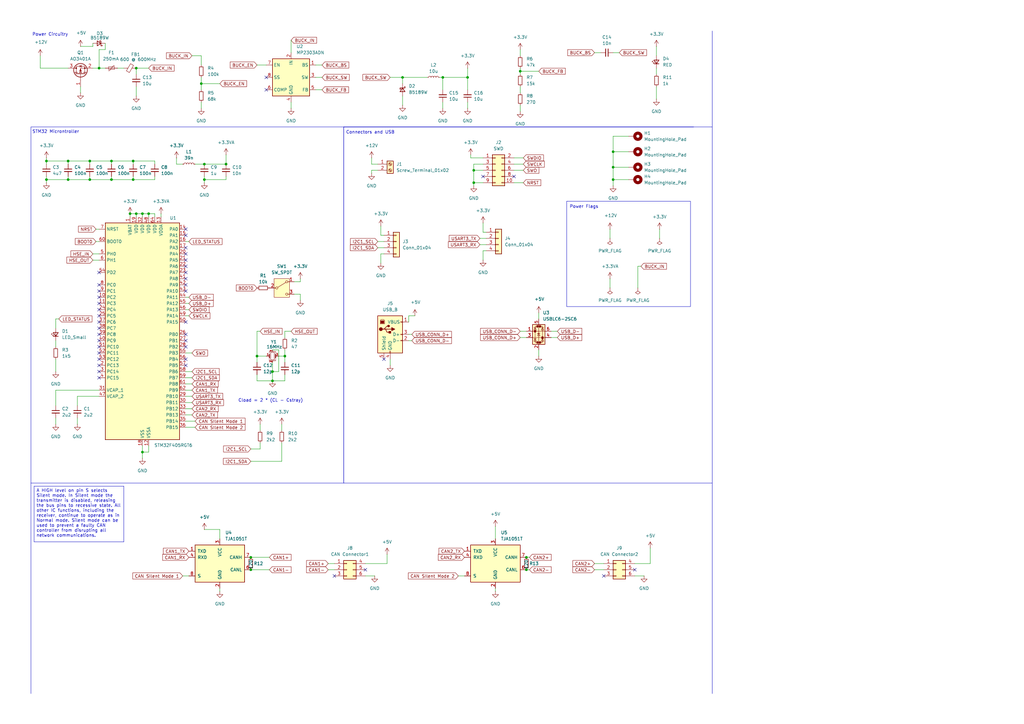
<source format=kicad_sch>
(kicad_sch (version 20231120) (generator "eeschema") (generator_version "8.0")
  (paper "A3")
  (title_block (title "STM32F4 Test Board") (date "2024-03-16") (company "Senior Design Project"))
  (lib_symbols
    (symbol "+5V_1" (power) (pin_numbers hide) (pin_names (offset 0) hide)
      (property "Value" "+5V" (at 0 3.556 0))
      (symbol "+5V_1_1_1"
        (pin power_in line (at 0 0 90) (length 0) (name "~") (number "1"))
      )
    )
    (symbol "Connector:Screw_Terminal_01x02" (pin_names (offset 1.016) hide)
      (property "Reference" "J" (at 0 2.54 0))
      (property "Value" "Screw_Terminal_01x02" (at 0 -5.08 0))
      (symbol "Screw_Terminal_01x02_1_1"
        (pin passive line (at -5.08 0 0) (length 3.81) (name "Pin_1") (number "1"))
        (pin passive line (at -5.08 -2.54 0) (length 3.81) (name "Pin_2") (number "2"))
      )
    )
    (symbol "Connector:USB_B" (pin_names (offset 1.016))
      (property "Reference" "J" (at -5.08 11.43 0))
      (property "Value" "USB_B" (at -5.08 8.89 0))
      (symbol "USB_B_1_1"
        (pin power_out line (at 7.62 5.08 180) (length 2.54) (name "VBUS") (number "1"))
        (pin bidirectional line (at 7.62 -2.54 180) (length 2.54) (name "D-") (number "2"))
        (pin bidirectional line (at 7.62 0 180) (length 2.54) (name "D+") (number "3"))
        (pin power_out line (at 0 -10.16 90) (length 2.54) (name "GND") (number "4"))
        (pin passive line (at -2.54 -10.16 90) (length 2.54) (name "Shield") (number "5"))
      )
    )
    (symbol "Connector_Generic:Conn_01x04" (pin_names (offset 1.016) hide)
      (property "Reference" "J" (at 0 5.08 0))
      (property "Value" "Conn_01x04" (at 0 -7.62 0))
      (symbol "Conn_01x04_1_1"
        (pin passive line (at -5.08 2.54 0) (length 3.81) (name "Pin_1") (number "1"))
        (pin passive line (at -5.08 0 0) (length 3.81) (name "Pin_2") (number "2"))
        (pin passive line (at -5.08 -2.54 0) (length 3.81) (name "Pin_3") (number "3"))
        (pin passive line (at -5.08 -5.08 0) (length 3.81) (name "Pin_4") (number "4"))
      )
    )
    (symbol "Connector_Generic:Conn_02x03_Top_Bottom" (pin_names (offset 1.016) hide)
      (property "Reference" "J" (at 1.27 5.08 0))
      (property "Value" "Conn_02x03_Top_Bottom" (at 1.27 -5.08 0))
      (symbol "Conn_02x03_Top_Bottom_1_1"
        (pin passive line (at -5.08 2.54 0) (length 3.81) (name "Pin_1") (number "1"))
        (pin passive line (at -5.08 0 0) (length 3.81) (name "Pin_2") (number "2"))
        (pin passive line (at -5.08 -2.54 0) (length 3.81) (name "Pin_3") (number "3"))
        (pin passive line (at 7.62 2.54 180) (length 3.81) (name "Pin_4") (number "4"))
        (pin passive line (at 7.62 0 180) (length 3.81) (name "Pin_5") (number "5"))
        (pin passive line (at 7.62 -2.54 180) (length 3.81) (name "Pin_6") (number "6"))
      )
    )
    (symbol "Connector_Generic:Conn_02x05_Odd_Even" (pin_names (offset 1.016) hide)
      (property "Reference" "J" (at 1.27 7.62 0))
      (property "Value" "Conn_02x05_Odd_Even" (at 1.27 -7.62 0))
      (symbol "Conn_02x05_Odd_Even_1_1"
        (pin passive line (at -5.08 5.08 0) (length 3.81) (name "Pin_1") (number "1"))
        (pin passive line (at 7.62 -5.08 180) (length 3.81) (name "Pin_10") (number "10"))
        (pin passive line (at 7.62 5.08 180) (length 3.81) (name "Pin_2") (number "2"))
        (pin passive line (at -5.08 2.54 0) (length 3.81) (name "Pin_3") (number "3"))
        (pin passive line (at 7.62 2.54 180) (length 3.81) (name "Pin_4") (number "4"))
        (pin passive line (at -5.08 0 0) (length 3.81) (name "Pin_5") (number "5"))
        (pin passive line (at 7.62 0 180) (length 3.81) (name "Pin_6") (number "6"))
        (pin passive line (at -5.08 -2.54 0) (length 3.81) (name "Pin_7") (number "7"))
        (pin passive line (at 7.62 -2.54 180) (length 3.81) (name "Pin_8") (number "8"))
        (pin passive line (at -5.08 -5.08 0) (length 3.81) (name "Pin_9") (number "9"))
      )
    )
    (symbol "Device:C_Small" (pin_numbers hide) (pin_names (offset 0.254) hide)
      (property "Reference" "C" (at 0.254 1.778 0))
      (property "Value" "C_Small" (at 0.254 -2.032 0))
      (symbol "C_Small_1_1"
        (pin passive line (at 0 2.54 270) (length 2.032) (name "~") (number "1"))
        (pin passive line (at 0 -2.54 90) (length 2.032) (name "~") (number "2"))
      )
    )
    (symbol "Device:Crystal_GND24_Small" (pin_names (offset 1.016) hide)
      (property "Reference" "Y" (at 1.27 4.445 0))
      (property "Value" "Crystal_GND24_Small" (at 1.27 2.54 0))
      (symbol "Crystal_GND24_Small_1_1"
        (pin passive line (at -2.54 0 0) (length 1.27) (name "1") (number "1"))
        (pin passive line (at 0 -2.54 90) (length 0.635) (name "2") (number "2"))
        (pin passive line (at 2.54 0 180) (length 1.27) (name "3") (number "3"))
        (pin passive line (at 0 2.54 270) (length 0.635) (name "4") (number "4"))
      )
    )
    (symbol "Device:D_Schottky_Small" (pin_numbers hide) (pin_names (offset 0.254) hide)
      (property "Reference" "D" (at -1.27 2.032 0))
      (property "Value" "D_Schottky_Small" (at -7.112 -2.032 0))
      (symbol "D_Schottky_Small_1_1"
        (pin passive line (at -2.54 0 0) (length 1.778) (name "K") (number "1"))
        (pin passive line (at 2.54 0 180) (length 1.778) (name "A") (number "2"))
      )
    )
    (symbol "Device:FerriteBead_Small" (pin_numbers hide) (pin_names (offset 0))
      (property "Reference" "FB" (at 1.905 1.27 0))
      (property "Value" "FerriteBead_Small" (at 1.905 -1.27 0))
      (symbol "FerriteBead_Small_1_1"
        (pin passive line (at 0 2.54 270) (length 1.27) (name "~") (number "1"))
        (pin passive line (at 0 -2.54 90) (length 1.27) (name "~") (number "2"))
      )
    )
    (symbol "Device:LED_Small" (pin_numbers hide) (pin_names (offset 0.254) hide)
      (property "Reference" "D" (at -1.27 3.175 0))
      (property "Value" "LED_Small" (at -4.445 -2.54 0))
      (symbol "LED_Small_1_1"
        (pin passive line (at -2.54 0 0) (length 1.778) (name "K") (number "1"))
        (pin passive line (at 2.54 0 180) (length 1.778) (name "A") (number "2"))
      )
    )
    (symbol "Device:L_Small" (pin_numbers hide) (pin_names (offset 0.254) hide)
      (property "Reference" "L" (at 0.762 1.016 0))
      (property "Value" "L_Small" (at 0.762 -1.016 0))
      (symbol "L_Small_1_1"
        (pin passive line (at 0 2.54 270) (length 0.508) (name "~") (number "1"))
        (pin passive line (at 0 -2.54 90) (length 0.508) (name "~") (number "2"))
      )
    )
    (symbol "Device:Polyfuse_Small" (pin_numbers hide) (pin_names (offset 0))
      (property "Reference" "F" (at -1.905 0 90))
      (property "Value" "Polyfuse_Small" (at 1.905 0 90))
      (symbol "Polyfuse_Small_1_1"
        (pin passive line (at 0 2.54 270) (length 0.635) (name "~") (number "1"))
        (pin passive line (at 0 -2.54 90) (length 0.635) (name "~") (number "2"))
      )
    )
    (symbol "Device:R_Small" (pin_numbers hide) (pin_names (offset 0.254) hide)
      (property "Reference" "R" (at 0.762 0.508 0))
      (property "Value" "R_Small" (at 0.762 -1.016 0))
      (symbol "R_Small_1_1"
        (pin passive line (at 0 2.54 270) (length 0.762) (name "~") (number "1"))
        (pin passive line (at 0 -2.54 90) (length 0.762) (name "~") (number "2"))
      )
    )
    (symbol "Interface_CAN_LIN:TJA1051T" (pin_names (offset 1.016))
      (property "Reference" "U" (at -10.16 8.89 0))
      (property "Value" "TJA1051T" (at 1.27 8.89 0))
      (symbol "TJA1051T_1_1"
        (pin input line (at -12.7 5.08 0) (length 2.54) (name "TXD") (number "1"))
        (pin power_in line (at 0 -10.16 90) (length 2.54) (name "GND") (number "2"))
        (pin power_in line (at 0 10.16 270) (length 2.54) (name "VCC") (number "3"))
        (pin output line (at -12.7 2.54 0) (length 2.54) (name "RXD") (number "4"))
        (pin no_connect line (at -10.16 -2.54 0) (length 2.54) hide (name "NC") (number "5"))
        (pin bidirectional line (at 12.7 -2.54 180) (length 2.54) (name "CANL") (number "6"))
        (pin bidirectional line (at 12.7 2.54 180) (length 2.54) (name "CANH") (number "7"))
        (pin input line (at -12.7 -5.08 0) (length 2.54) (name "S") (number "8"))
      )
    )
    (symbol "MCU_ST_STM32F4:STM32F405RGTx"
      (property "Reference" "U" (at -15.24 46.99 0))
      (property "Value" "STM32F405RGTx" (at 10.16 46.99 0))
      (symbol "STM32F405RGTx_1_1"
        (pin power_in line (at -5.08 48.26 270) (length 2.54) (name "VBAT") (number "1"))
        (pin bidirectional line (at -17.78 15.24 0) (length 2.54) (name "PC2") (number "10"))
        (pin bidirectional line (at -17.78 12.7 0) (length 2.54) (name "PC3") (number "11"))
        (pin power_in line (at 2.54 -45.72 90) (length 2.54) (name "VSSA") (number "12"))
        (pin power_in line (at 7.62 48.26 270) (length 2.54) (name "VDDA") (number "13"))
        (pin bidirectional line (at 17.78 43.18 180) (length 2.54) (name "PA0") (number "14"))
        (pin bidirectional line (at 17.78 40.64 180) (length 2.54) (name "PA1") (number "15"))
        (pin bidirectional line (at 17.78 38.1 180) (length 2.54) (name "PA2") (number "16"))
        (pin bidirectional line (at 17.78 35.56 180) (length 2.54) (name "PA3") (number "17"))
        (pin power_in line (at 0 -45.72 90) (length 2.54) (name "VSS") (number "18"))
        (pin power_in line (at -2.54 48.26 270) (length 2.54) (name "VDD") (number "19"))
        (pin bidirectional line (at -17.78 -12.7 0) (length 2.54) (name "PC13") (number "2"))
        (pin bidirectional line (at 17.78 33.02 180) (length 2.54) (name "PA4") (number "20"))
        (pin bidirectional line (at 17.78 30.48 180) (length 2.54) (name "PA5") (number "21"))
        (pin bidirectional line (at 17.78 27.94 180) (length 2.54) (name "PA6") (number "22"))
        (pin bidirectional line (at 17.78 25.4 180) (length 2.54) (name "PA7") (number "23"))
        (pin bidirectional line (at -17.78 10.16 0) (length 2.54) (name "PC4") (number "24"))
        (pin bidirectional line (at -17.78 7.62 0) (length 2.54) (name "PC5") (number "25"))
        (pin bidirectional line (at 17.78 0 180) (length 2.54) (name "PB0") (number "26"))
        (pin bidirectional line (at 17.78 -2.54 180) (length 2.54) (name "PB1") (number "27"))
        (pin bidirectional line (at 17.78 -5.08 180) (length 2.54) (name "PB2") (number "28"))
        (pin bidirectional line (at 17.78 -25.4 180) (length 2.54) (name "PB10") (number "29"))
        (pin bidirectional line (at -17.78 -15.24 0) (length 2.54) (name "PC14") (number "3"))
        (pin bidirectional line (at 17.78 -27.94 180) (length 2.54) (name "PB11") (number "30"))
        (pin power_out line (at -17.78 -22.86 0) (length 2.54) (name "VCAP_1") (number "31"))
        (pin power_in line (at 0 48.26 270) (length 2.54) (name "VDD") (number "32"))
        (pin bidirectional line (at 17.78 -30.48 180) (length 2.54) (name "PB12") (number "33"))
        (pin bidirectional line (at 17.78 -33.02 180) (length 2.54) (name "PB13") (number "34"))
        (pin bidirectional line (at 17.78 -35.56 180) (length 2.54) (name "PB14") (number "35"))
        (pin bidirectional line (at 17.78 -38.1 180) (length 2.54) (name "PB15") (number "36"))
        (pin bidirectional line (at -17.78 5.08 0) (length 2.54) (name "PC6") (number "37"))
        (pin bidirectional line (at -17.78 2.54 0) (length 2.54) (name "PC7") (number "38"))
        (pin bidirectional line (at -17.78 0 0) (length 2.54) (name "PC8") (number "39"))
        (pin bidirectional line (at -17.78 -17.78 0) (length 2.54) (name "PC15") (number "4"))
        (pin bidirectional line (at -17.78 -2.54 0) (length 2.54) (name "PC9") (number "40"))
        (pin bidirectional line (at 17.78 22.86 180) (length 2.54) (name "PA8") (number "41"))
        (pin bidirectional line (at 17.78 20.32 180) (length 2.54) (name "PA9") (number "42"))
        (pin bidirectional line (at 17.78 17.78 180) (length 2.54) (name "PA10") (number "43"))
        (pin bidirectional line (at 17.78 15.24 180) (length 2.54) (name "PA11") (number "44"))
        (pin bidirectional line (at 17.78 12.7 180) (length 2.54) (name "PA12") (number "45"))
        (pin bidirectional line (at 17.78 10.16 180) (length 2.54) (name "PA13") (number "46"))
        (pin power_out line (at -17.78 -25.4 0) (length 2.54) (name "VCAP_2") (number "47"))
        (pin power_in line (at 2.54 48.26 270) (length 2.54) (name "VDD") (number "48"))
        (pin bidirectional line (at 17.78 7.62 180) (length 2.54) (name "PA14") (number "49"))
        (pin bidirectional line (at -17.78 33.02 0) (length 2.54) (name "PH0") (number "5"))
        (pin bidirectional line (at 17.78 5.08 180) (length 2.54) (name "PA15") (number "50"))
        (pin bidirectional line (at -17.78 -5.08 0) (length 2.54) (name "PC10") (number "51"))
        (pin bidirectional line (at -17.78 -7.62 0) (length 2.54) (name "PC11") (number "52"))
        (pin bidirectional line (at -17.78 -10.16 0) (length 2.54) (name "PC12") (number "53"))
        (pin bidirectional line (at -17.78 25.4 0) (length 2.54) (name "PD2") (number "54"))
        (pin bidirectional line (at 17.78 -7.62 180) (length 2.54) (name "PB3") (number "55"))
        (pin bidirectional line (at 17.78 -10.16 180) (length 2.54) (name "PB4") (number "56"))
        (pin bidirectional line (at 17.78 -12.7 180) (length 2.54) (name "PB5") (number "57"))
        (pin bidirectional line (at 17.78 -15.24 180) (length 2.54) (name "PB6") (number "58"))
        (pin bidirectional line (at 17.78 -17.78 180) (length 2.54) (name "PB7") (number "59"))
        (pin bidirectional line (at -17.78 30.48 0) (length 2.54) (name "PH1") (number "6"))
        (pin input line (at -17.78 38.1 0) (length 2.54) (name "BOOT0") (number "60"))
        (pin bidirectional line (at 17.78 -20.32 180) (length 2.54) (name "PB8") (number "61"))
        (pin bidirectional line (at 17.78 -22.86 180) (length 2.54) (name "PB9") (number "62"))
        (pin passive line (at 0 -45.72 90) (length 2.54) hide (name "VSS") (number "63"))
        (pin power_in line (at 5.08 48.26 270) (length 2.54) (name "VDD") (number "64"))
        (pin input line (at -17.78 43.18 0) (length 2.54) (name "NRST") (number "7"))
        (pin bidirectional line (at -17.78 20.32 0) (length 2.54) (name "PC0") (number "8"))
        (pin bidirectional line (at -17.78 17.78 0) (length 2.54) (name "PC1") (number "9"))
      )
    )
    (symbol "Mechanical:MountingHole_Pad" (pin_numbers hide) (pin_names (offset 1.016) hide) (exclude_from_sim yes) (in_bom no)
      (property "Reference" "H" (at 0 6.35 0))
      (property "Value" "MountingHole_Pad" (at 0 4.445 0))
      (symbol "MountingHole_Pad_1_1"
        (pin input line (at 0 -2.54 90) (length 2.54) (name "1") (number "1"))
      )
    )
    (symbol "Power_Protection:USBLC6-2SC6" (pin_names hide)
      (property "Reference" "U" (at 0.635 5.715 0))
      (property "Value" "USBLC6-2SC6" (at 0.635 3.81 0))
      (symbol "USBLC6-2SC6_1_1"
        (pin passive line (at -5.08 0 0) (length 2.54) (name "I/O1") (number "1"))
        (pin passive line (at 0 -7.62 90) (length 2.54) (name "GND") (number "2"))
        (pin passive line (at -5.08 -2.54 0) (length 2.54) (name "I/O2") (number "3"))
        (pin passive line (at 5.08 -2.54 180) (length 2.54) (name "I/O2") (number "4"))
        (pin passive line (at 0 5.08 270) (length 2.54) (name "VBUS") (number "5"))
        (pin passive line (at 5.08 0 180) (length 2.54) (name "I/O1") (number "6"))
      )
    )
    (symbol "Regulator_Switching:MP2303ADN"
      (property "Reference" "U" (at -7.366 8.636 0))
      (property "Value" "MP2303ADN" (at 7.62 8.89 0))
      (symbol "MP2303ADN_1_1"
        (pin passive line (at 10.16 5.08 180) (length 2.54) (name "BS") (number "1"))
        (pin power_in line (at 0 10.16 270) (length 2.54) (name "IN") (number "2"))
        (pin output line (at 10.16 0 180) (length 2.54) (name "SW") (number "3"))
        (pin power_in line (at 0 -10.16 90) (length 2.54) (name "GND") (number "4"))
        (pin input line (at 10.16 -5.08 180) (length 2.54) (name "FB") (number "5"))
        (pin passive line (at -10.16 -5.08 0) (length 2.54) (name "COMP") (number "6"))
        (pin input line (at -10.16 5.08 0) (length 2.54) (name "EN") (number "7"))
        (pin input line (at -10.16 0 0) (length 2.54) (name "SS") (number "8"))
      )
    )
    (symbol "Switch:SW_SPDT" (pin_names (offset 0) hide)
      (property "Reference" "SW" (at 0 5.08 0))
      (property "Value" "SW_SPDT" (at 0 -5.08 0))
      (symbol "SW_SPDT_1_1"
        (pin passive line (at 5.08 2.54 180) (length 2.54) (name "A") (number "1"))
        (pin passive line (at -5.08 0 0) (length 2.54) (name "B") (number "2"))
        (pin passive line (at 5.08 -2.54 180) (length 2.54) (name "C") (number "3"))
      )
    )
    (symbol "Transistor_FET:AO3401A" (pin_names hide)
      (property "Reference" "Q" (at 5.08 1.905 0))
      (property "Value" "AO3401A" (at 5.08 0 0))
      (symbol "AO3401A_1_1"
        (pin input line (at -5.08 0 0) (length 2.54) (name "G") (number "1"))
        (pin passive line (at 2.54 -5.08 90) (length 2.54) (name "S") (number "2"))
        (pin passive line (at 2.54 5.08 270) (length 2.54) (name "D") (number "3"))
      )
    )
    (symbol "power:+12V" (power) (pin_numbers hide) (pin_names (offset 0) hide)
      (property "Value" "+12V" (at 0 3.556 0))
      (symbol "+12V_1_1"
        (pin power_in line (at 0 0 90) (length 0) (name "~") (number "1"))
      )
    )
    (symbol "power:+3.3V" (power) (pin_numbers hide) (pin_names (offset 0) hide)
      (property "Value" "+3.3V" (at 0 3.556 0))
      (symbol "+3.3V_1_1"
        (pin power_in line (at 0 0 90) (length 0) (name "~") (number "1"))
      )
    )
    (symbol "power:+3.3VA" (power) (pin_numbers hide) (pin_names (offset 0) hide)
      (property "Value" "+3.3VA" (at 0 3.556 0))
      (symbol "+3.3VA_1_1"
        (pin power_in line (at 0 0 90) (length 0) (name "~") (number "1"))
      )
    )
    (symbol "power:GND" (power) (pin_numbers hide) (pin_names (offset 0) hide)
      (property "Value" "GND" (at 0 -3.81 0))
      (symbol "GND_1_1"
        (pin power_in line (at 0 0 270) (length 0) (name "~") (number "1"))
      )
    )
    (symbol "power:PWR_FLAG" (power) (pin_numbers hide) (pin_names (offset 0) hide)
      (property "Value" "PWR_FLAG" (at 0 3.81 0))
      (symbol "PWR_FLAG_0_0"
        (pin power_out line (at 0 0 90) (length 0) (name "~") (number "1"))
      )
    )
  )
  (junction (at 111.76 156.21))
  (junction (at 27.94 66.04))
  (junction (at 116.84 146.05))
  (junction (at 45.72 66.04))
  (junction (at 251.46 73.66))
  (junction (at 83.82 67.31))
  (junction (at 181.61 31.75))
  (junction (at 83.82 73.66))
  (junction (at 215.9 233.68))
  (junction (at 19.05 73.66))
  (junction (at 36.83 66.04))
  (junction (at 105.41 146.05))
  (junction (at 27.94 73.66))
  (junction (at 82.55 34.29))
  (junction (at 102.87 233.68))
  (junction (at 213.36 29.21))
  (junction (at 58.42 185.42))
  (junction (at 45.72 73.66))
  (junction (at 165.1 31.75))
  (junction (at 92.71 67.31))
  (junction (at 194.31 74.93))
  (junction (at 251.46 62.23))
  (junction (at 215.9 228.6))
  (junction (at 40.64 27.94))
  (junction (at 54.61 73.66))
  (junction (at 36.83 73.66))
  (junction (at 54.61 66.04))
  (junction (at 60.96 87.63))
  (junction (at 251.46 68.58))
  (junction (at 191.77 31.75))
  (junction (at 102.87 228.6))
  (junction (at 111.76 152.4))
  (junction (at 58.42 87.63))
  (junction (at 194.31 69.85))
  (junction (at 19.05 66.04))
  (junction (at 55.88 87.63))
  (junction (at 55.88 27.94))
  (junction (at 53.34 87.63))
  (no_connect (at 76.2 93.98))
  (no_connect (at 137.16 236.22))
  (no_connect (at 76.2 96.52))
  (no_connect (at 76.2 119.38))
  (no_connect (at 40.64 149.86))
  (no_connect (at 76.2 114.3))
  (no_connect (at 40.64 121.92))
  (no_connect (at 76.2 116.84))
  (no_connect (at 40.64 139.7))
  (no_connect (at 76.2 132.08))
  (no_connect (at 76.2 109.22))
  (no_connect (at 40.64 119.38))
  (no_connect (at 76.2 149.86))
  (no_connect (at 40.64 142.24))
  (no_connect (at 76.2 147.32))
  (no_connect (at 76.2 111.76))
  (no_connect (at 76.2 137.16))
  (no_connect (at 40.64 147.32))
  (no_connect (at 76.2 139.7))
  (no_connect (at 76.2 142.24))
  (no_connect (at 247.65 236.22))
  (no_connect (at 40.64 137.16))
  (no_connect (at 198.12 72.39))
  (no_connect (at 40.64 127))
  (no_connect (at 157.48 147.32))
  (no_connect (at 109.22 31.75))
  (no_connect (at 40.64 129.54))
  (no_connect (at 40.64 152.4))
  (no_connect (at 76.2 104.14))
  (no_connect (at 40.64 154.94))
  (no_connect (at 40.64 124.46))
  (no_connect (at 40.64 144.78))
  (no_connect (at 260.35 233.68))
  (no_connect (at 40.64 134.62))
  (no_connect (at 210.82 72.39))
  (no_connect (at 40.64 111.76))
  (no_connect (at 40.64 116.84))
  (no_connect (at 40.64 132.08))
  (no_connect (at 76.2 101.6))
  (no_connect (at 109.22 36.83))
  (no_connect (at 149.86 233.68))
  (no_connect (at 76.2 106.68))
  (wire (pts (xy 251.46 21.59) (xy 254 21.59)))
  (wire (pts (xy 119.38 41.91) (xy 119.38 44.45)))
  (wire (pts (xy 60.96 87.63) (xy 60.96 88.9)))
  (wire (pts (xy 149.86 236.22) (xy 153.67 236.22)))
  (wire (pts (xy 198.12 95.25) (xy 199.39 95.25)))
  (wire (pts (xy 243.84 231.14) (xy 247.65 231.14)))
  (wire (pts (xy 58.42 182.88) (xy 58.42 185.42)))
  (wire (pts (xy 134.62 233.68) (xy 137.16 233.68)))
  (wire (pts (xy 76.2 154.94) (xy 78.74 154.94)))
  (wire (pts (xy 152.4 71.12) (xy 152.4 69.85)))
  (wire (pts (xy 76.2 170.18) (xy 78.74 170.18)))
  (wire (pts (xy 191.77 41.91) (xy 191.77 44.45)))
  (wire (pts (xy 213.36 135.89) (xy 215.9 135.89)))
  (wire (pts (xy 102.87 189.23) (xy 115.57 189.23)))
  (wire (pts (xy 76.2 167.64) (xy 78.74 167.64)))
  (wire (pts (xy 45.72 66.04) (xy 45.72 67.31)))
  (wire (pts (xy 19.05 72.39) (xy 19.05 73.66)))
  (wire (pts (xy 129.54 26.67) (xy 132.08 26.67)))
  (wire (pts (xy 111.76 148.59) (xy 111.76 152.4)))
  (wire (pts (xy 220.98 128.27) (xy 220.98 130.81)))
  (wire (pts (xy 22.86 147.32) (xy 22.86 152.4)))
  (wire (pts (xy 82.55 22.86) (xy 82.55 26.67)))
  (wire (pts (xy 55.88 87.63) (xy 53.34 87.63)))
  (wire (pts (xy 213.36 29.21) (xy 213.36 30.48)))
  (wire (pts (xy 40.64 20.32) (xy 40.64 27.94)))
  (wire (pts (xy 217.17 233.68) (xy 215.9 233.68)))
  (wire (pts (xy 63.5 72.39) (xy 63.5 73.66)))
  (wire (pts (xy 36.83 66.04) (xy 36.83 67.31)))
  (wire (pts (xy 45.72 66.04) (xy 36.83 66.04)))
  (wire (pts (xy 251.46 68.58) (xy 251.46 73.66)))
  (wire (pts (xy 55.88 87.63) (xy 55.88 88.9)))
  (wire (pts (xy 198.12 91.44) (xy 198.12 95.25)))
  (wire (pts (xy 251.46 68.58) (xy 257.81 68.58)))
  (wire (pts (xy 115.57 189.23) (xy 115.57 181.61)))
  (wire (pts (xy 110.49 233.68) (xy 102.87 233.68)))
  (polyline (pts (xy 12.7 198.12) (xy 12.7 284.48)))
  (wire (pts (xy 119.38 135.89) (xy 116.84 135.89)))
  (wire (pts (xy 198.12 67.31) (xy 194.31 67.31)))
  (wire (pts (xy 156.21 104.14) (xy 157.48 104.14)))
  (wire (pts (xy 63.5 73.66) (xy 54.61 73.66)))
  (wire (pts (xy 19.05 64.77) (xy 19.05 66.04)))
  (wire (pts (xy 269.24 19.05) (xy 269.24 22.86)))
  (wire (pts (xy 196.85 100.33) (xy 199.39 100.33)))
  (wire (pts (xy 129.54 31.75) (xy 132.08 31.75)))
  (wire (pts (xy 105.41 26.67) (xy 109.22 26.67)))
  (wire (pts (xy 54.61 72.39) (xy 54.61 73.66)))
  (wire (pts (xy 27.94 72.39) (xy 27.94 73.66)))
  (wire (pts (xy 106.68 184.15) (xy 106.68 181.61)))
  (wire (pts (xy 154.94 67.31) (xy 152.4 67.31)))
  (wire (pts (xy 76.2 144.78) (xy 78.74 144.78)))
  (wire (pts (xy 31.75 166.37) (xy 31.75 162.56)))
  (wire (pts (xy 167.64 139.7) (xy 168.91 139.7)))
  (wire (pts (xy 55.88 35.56) (xy 55.88 39.37)))
  (wire (pts (xy 22.86 130.81) (xy 22.86 134.62)))
  (wire (pts (xy 76.2 160.02) (xy 78.74 160.02)))
  (wire (pts (xy 33.02 35.56) (xy 33.02 38.1)))
  (wire (pts (xy 251.46 55.88) (xy 251.46 62.23)))
  (wire (pts (xy 213.36 43.18) (xy 213.36 45.72)))
  (wire (pts (xy 76.2 127) (xy 77.47 127)))
  (wire (pts (xy 154.94 101.6) (xy 157.48 101.6)))
  (wire (pts (xy 90.17 217.17) (xy 83.82 217.17)))
  (wire (pts (xy 114.3 152.4) (xy 111.76 152.4)))
  (wire (pts (xy 261.62 118.11) (xy 261.62 109.22)))
  (wire (pts (xy 167.64 129.54) (xy 167.64 132.08)))
  (wire (pts (xy 165.1 39.37) (xy 165.1 43.18)))
  (wire (pts (xy 210.82 64.77) (xy 214.63 64.77)))
  (polyline (pts (xy 292.1 198.12) (xy 292.1 284.48)))
  (wire (pts (xy 158.75 231.14) (xy 158.75 227.33)))
  (wire (pts (xy 80.01 67.31) (xy 83.82 67.31)))
  (wire (pts (xy 269.24 35.56) (xy 269.24 40.64)))
  (wire (pts (xy 72.39 67.31) (xy 74.93 67.31)))
  (wire (pts (xy 43.18 20.32) (xy 40.64 20.32)))
  (wire (pts (xy 213.36 20.32) (xy 213.36 22.86)))
  (wire (pts (xy 198.12 102.87) (xy 199.39 102.87)))
  (wire (pts (xy 181.61 31.75) (xy 181.61 36.83)))
  (wire (pts (xy 55.88 27.94) (xy 60.96 27.94)))
  (wire (pts (xy 129.54 36.83) (xy 132.08 36.83)))
  (wire (pts (xy 106.68 135.89) (xy 105.41 135.89)))
  (wire (pts (xy 54.61 66.04) (xy 54.61 67.31)))
  (wire (pts (xy 63.5 87.63) (xy 60.96 87.63)))
  (wire (pts (xy 33.02 19.05) (xy 38.1 19.05)))
  (wire (pts (xy 261.62 109.22) (xy 262.89 109.22)))
  (wire (pts (xy 116.84 135.89) (xy 116.84 138.43)))
  (wire (pts (xy 123.19 115.57) (xy 123.19 114.3)))
  (wire (pts (xy 250.19 93.98) (xy 250.19 97.79)))
  (wire (pts (xy 66.04 87.63) (xy 66.04 88.9)))
  (wire (pts (xy 76.2 121.92) (xy 77.47 121.92)))
  (wire (pts (xy 160.02 31.75) (xy 165.1 31.75)))
  (wire (pts (xy 156.21 96.52) (xy 157.48 96.52)))
  (wire (pts (xy 36.83 73.66) (xy 27.94 73.66)))
  (wire (pts (xy 191.77 31.75) (xy 191.77 27.94)))
  (wire (pts (xy 194.31 74.93) (xy 194.31 76.2)))
  (wire (pts (xy 194.31 69.85) (xy 194.31 74.93)))
  (wire (pts (xy 54.61 73.66) (xy 45.72 73.66)))
  (wire (pts (xy 160.02 149.86) (xy 160.02 147.32)))
  (wire (pts (xy 210.82 67.31) (xy 214.63 67.31)))
  (wire (pts (xy 220.98 143.51) (xy 220.98 146.05)))
  (wire (pts (xy 226.06 135.89) (xy 228.6 135.89)))
  (wire (pts (xy 22.86 171.45) (xy 22.86 173.99)))
  (wire (pts (xy 198.12 106.68) (xy 198.12 102.87)))
  (wire (pts (xy 53.34 87.63) (xy 53.34 88.9)))
  (wire (pts (xy 60.96 185.42) (xy 58.42 185.42)))
  (wire (pts (xy 76.2 157.48) (xy 78.74 157.48)))
  (wire (pts (xy 31.75 171.45) (xy 31.75 173.99)))
  (wire (pts (xy 196.85 97.79) (xy 199.39 97.79)))
  (wire (pts (xy 251.46 62.23) (xy 251.46 68.58)))
  (wire (pts (xy 72.39 64.77) (xy 72.39 67.31)))
  (wire (pts (xy 83.82 73.66) (xy 83.82 74.93)))
  (wire (pts (xy 180.34 31.75) (xy 181.61 31.75)))
  (wire (pts (xy 167.64 129.54) (xy 170.18 129.54)))
  (wire (pts (xy 105.41 146.05) (xy 109.22 146.05)))
  (wire (pts (xy 250.19 114.3) (xy 250.19 118.11)))
  (wire (pts (xy 251.46 73.66) (xy 251.46 76.2)))
  (wire (pts (xy 43.18 17.78) (xy 43.18 20.32)))
  (wire (pts (xy 102.87 184.15) (xy 106.68 184.15)))
  (wire (pts (xy 74.93 236.22) (xy 77.47 236.22)))
  (wire (pts (xy 92.71 73.66) (xy 83.82 73.66)))
  (wire (pts (xy 213.36 29.21) (xy 220.98 29.21)))
  (wire (pts (xy 194.31 69.85) (xy 198.12 69.85)))
  (wire (pts (xy 92.71 72.39) (xy 92.71 73.66)))
  (wire (pts (xy 76.2 162.56) (xy 78.74 162.56)))
  (wire (pts (xy 213.36 27.94) (xy 213.36 29.21)))
  (wire (pts (xy 210.82 74.93) (xy 214.63 74.93)))
  (wire (pts (xy 194.31 67.31) (xy 194.31 69.85)))
  (wire (pts (xy 243.84 233.68) (xy 247.65 233.68)))
  (wire (pts (xy 54.61 66.04) (xy 45.72 66.04)))
  (wire (pts (xy 82.55 34.29) (xy 90.17 34.29)))
  (wire (pts (xy 76.2 172.72) (xy 80.01 172.72)))
  (wire (pts (xy 198.12 64.77) (xy 193.04 64.77)))
  (wire (pts (xy 76.2 152.4) (xy 78.74 152.4)))
  (wire (pts (xy 45.72 72.39) (xy 45.72 73.66)))
  (wire (pts (xy 116.84 146.05) (xy 114.3 146.05)))
  (wire (pts (xy 58.42 185.42) (xy 58.42 187.96)))
  (wire (pts (xy 38.1 104.14) (xy 40.64 104.14)))
  (wire (pts (xy 76.2 165.1) (xy 78.74 165.1)))
  (wire (pts (xy 226.06 138.43) (xy 228.6 138.43)))
  (wire (pts (xy 92.71 63.5) (xy 92.71 67.31)))
  (wire (pts (xy 55.88 27.94) (xy 55.88 30.48)))
  (wire (pts (xy 260.35 231.14) (xy 266.7 231.14)))
  (wire (pts (xy 116.84 148.59) (xy 116.84 146.05)))
  (wire (pts (xy 120.65 120.65) (xy 123.19 120.65)))
  (wire (pts (xy 83.82 67.31) (xy 92.71 67.31)))
  (wire (pts (xy 149.86 231.14) (xy 158.75 231.14)))
  (wire (pts (xy 260.35 236.22) (xy 264.16 236.22)))
  (wire (pts (xy 105.41 156.21) (xy 111.76 156.21)))
  (wire (pts (xy 38.1 106.68) (xy 40.64 106.68)))
  (wire (pts (xy 60.96 87.63) (xy 58.42 87.63)))
  (wire (pts (xy 39.37 93.98) (xy 40.64 93.98)))
  (wire (pts (xy 152.4 67.31) (xy 152.4 64.77)))
  (wire (pts (xy 105.41 135.89) (xy 105.41 146.05)))
  (wire (pts (xy 76.2 129.54) (xy 77.47 129.54)))
  (wire (pts (xy 78.74 22.86) (xy 82.55 22.86)))
  (wire (pts (xy 63.5 67.31) (xy 63.5 66.04)))
  (wire (pts (xy 38.1 19.05) (xy 38.1 17.78)))
  (wire (pts (xy 194.31 74.93) (xy 198.12 74.93)))
  (wire (pts (xy 269.24 27.94) (xy 269.24 30.48)))
  (wire (pts (xy 60.96 182.88) (xy 60.96 185.42)))
  (wire (pts (xy 123.19 120.65) (xy 123.19 123.19)))
  (wire (pts (xy 156.21 107.95) (xy 156.21 104.14)))
  (wire (pts (xy 111.76 143.51) (xy 114.3 143.51)))
  (wire (pts (xy 243.84 21.59) (xy 246.38 21.59)))
  (wire (pts (xy 31.75 162.56) (xy 40.64 162.56)))
  (wire (pts (xy 115.57 173.99) (xy 115.57 176.53)))
  (wire (pts (xy 257.81 55.88) (xy 251.46 55.88)))
  (wire (pts (xy 105.41 148.59) (xy 105.41 146.05)))
  (wire (pts (xy 181.61 31.75) (xy 191.77 31.75)))
  (wire (pts (xy 16.51 27.94) (xy 27.94 27.94)))
  (wire (pts (xy 181.61 41.91) (xy 181.61 44.45)))
  (wire (pts (xy 203.2 215.9) (xy 203.2 220.98)))
  (wire (pts (xy 36.83 72.39) (xy 36.83 73.66)))
  (wire (pts (xy 251.46 73.66) (xy 257.81 73.66)))
  (wire (pts (xy 203.2 242.57) (xy 203.2 241.3)))
  (wire (pts (xy 266.7 231.14) (xy 266.7 224.79)))
  (wire (pts (xy 22.86 139.7) (xy 22.86 142.24)))
  (wire (pts (xy 76.2 175.26) (xy 80.01 175.26)))
  (wire (pts (xy 213.36 138.43) (xy 215.9 138.43)))
  (wire (pts (xy 58.42 87.63) (xy 58.42 88.9)))
  (wire (pts (xy 45.72 73.66) (xy 36.83 73.66)))
  (wire (pts (xy 111.76 152.4) (xy 111.76 156.21)))
  (polyline (pts (xy 140.97 52.07) (xy 284.48 52.07)))
  (wire (pts (xy 39.37 99.06) (xy 40.64 99.06)))
  (wire (pts (xy 82.55 41.91) (xy 82.55 44.45)))
  (wire (pts (xy 27.94 73.66) (xy 19.05 73.66)))
  (wire (pts (xy 82.55 31.75) (xy 82.55 34.29)))
  (wire (pts (xy 134.62 231.14) (xy 137.16 231.14)))
  (wire (pts (xy 90.17 217.17) (xy 90.17 220.98)))
  (wire (pts (xy 76.2 99.06) (xy 77.47 99.06)))
  (wire (pts (xy 152.4 69.85) (xy 154.94 69.85)))
  (wire (pts (xy 22.86 160.02) (xy 40.64 160.02)))
  (wire (pts (xy 106.68 173.99) (xy 106.68 176.53)))
  (wire (pts (xy 24.13 130.81) (xy 22.86 130.81)))
  (wire (pts (xy 110.49 228.6) (xy 102.87 228.6)))
  (wire (pts (xy 27.94 66.04) (xy 27.94 67.31)))
  (wire (pts (xy 48.26 27.94) (xy 50.8 27.94)))
  (wire (pts (xy 76.2 124.46) (xy 77.47 124.46)))
  (wire (pts (xy 58.42 87.63) (xy 55.88 87.63)))
  (wire (pts (xy 105.41 153.67) (xy 105.41 156.21)))
  (wire (pts (xy 187.96 236.22) (xy 190.5 236.22)))
  (wire (pts (xy 116.84 153.67) (xy 116.84 156.21)))
  (wire (pts (xy 116.84 143.51) (xy 116.84 146.05)))
  (wire (pts (xy 165.1 31.75) (xy 175.26 31.75)))
  (wire (pts (xy 193.04 64.77) (xy 193.04 63.5)))
  (wire (pts (xy 63.5 88.9) (xy 63.5 87.63)))
  (wire (pts (xy 119.38 16.51) (xy 119.38 21.59)))
  (wire (pts (xy 19.05 73.66) (xy 19.05 74.93)))
  (wire (pts (xy 191.77 31.75) (xy 191.77 36.83)))
  (wire (pts (xy 22.86 166.37) (xy 22.86 160.02)))
  (wire (pts (xy 217.17 228.6) (xy 215.9 228.6)))
  (wire (pts (xy 16.51 22.86) (xy 16.51 27.94)))
  (polyline (pts (xy 292.1 12.7) (xy 292.1 52.07)))
  (wire (pts (xy 154.94 99.06) (xy 157.48 99.06)))
  (wire (pts (xy 116.84 156.21) (xy 111.76 156.21)))
  (wire (pts (xy 114.3 143.51) (xy 114.3 152.4)))
  (wire (pts (xy 36.83 66.04) (xy 27.94 66.04)))
  (wire (pts (xy 156.21 92.71) (xy 156.21 96.52)))
  (wire (pts (xy 27.94 66.04) (xy 19.05 66.04)))
  (wire (pts (xy 270.51 93.98) (xy 270.51 97.79)))
  (wire (pts (xy 168.91 137.16) (xy 167.64 137.16)))
  (wire (pts (xy 90.17 242.57) (xy 90.17 241.3)))
  (wire (pts (xy 120.65 115.57) (xy 123.19 115.57)))
  (wire (pts (xy 165.1 31.75) (xy 165.1 34.29)))
  (wire (pts (xy 251.46 62.23) (xy 257.81 62.23)))
  (wire (pts (xy 40.64 27.94) (xy 43.18 27.94)))
  (wire (pts (xy 82.55 34.29) (xy 82.55 36.83)))
  (wire (pts (xy 19.05 66.04) (xy 19.05 67.31)))
  (wire (pts (xy 63.5 66.04) (xy 54.61 66.04)))
  (wire (pts (xy 38.1 27.94) (xy 40.64 27.94)))
  (wire (pts (xy 210.82 69.85) (xy 214.63 69.85)))
  (wire (pts (xy 83.82 72.39) (xy 83.82 73.66)))
  (wire (pts (xy 213.36 35.56) (xy 213.36 38.1)))
  (rectangle (start 140.97 52.07) (end 292.1 198.12))
  (rectangle (start 12.7 52.07) (end 140.97 198.12))
  (rectangle (start 232.41 82.55) (end 283.21 125.73))
  (text_box "A HIGH level on pin S selects Silent mode. In Silent mode the transmitter is disabled, releasing the bus pins to recessive state. All other IC functions, including the receiver, continue to operate as in Normal mode. Silent mode can be used to prevent a faulty CAN controller from disrupting all network communications." (at 13.97 199.39 0) (size 36.83 22.86) (effects (font (size 1.27 1.27)) (justify left top)))
  (text "STM32 Microntroller" (at 22.86 54.102 0) (effects (font (size 1.27 1.27))))
  (text "Power Flags" (at 239.522 84.836 0) (effects (font (size 1.27 1.27))))
  (text "Connectors and USB" (at 151.892 54.356 0) (effects (font (size 1.27 1.27))))
  (text "Power Circuitry" (at 20.574 14.224 0) (effects (font (size 1.27 1.27))))
  (text "Cload = 2 * (CL - Cstray)" (at 110.998 164.338 0) (effects (font (size 1.27 1.27))))
  (global_label "BUCK_EN" (shape input) (at 105.41 26.67 180) (property "Intersheetrefs" "${INTERSHEET_REFS}" (effects (hide yes))))
  (global_label "BUCK_IN" (shape input) (at 78.74 22.86 180) (property "Intersheetrefs" "${INTERSHEET_REFS}" (effects (hide yes))))
  (global_label "USART3_RX" (shape input) (at 196.85 100.33 180) (property "Intersheetrefs" "${INTERSHEET_REFS}" (effects (hide yes))))
  (global_label "CAN1-" (shape input) (at 134.62 233.68 180) (property "Intersheetrefs" "${INTERSHEET_REFS}" (effects (hide yes))))
  (global_label "I2C1_SDA" (shape input) (at 78.74 154.94 0) (property "Intersheetrefs" "${INTERSHEET_REFS}" (effects (hide yes))))
  (global_label "HSE_OUT" (shape input) (at 119.38 135.89 0) (property "Intersheetrefs" "${INTERSHEET_REFS}" (effects (hide yes))))
  (global_label "I2C1_SDA" (shape input) (at 154.94 101.6 180) (property "Intersheetrefs" "${INTERSHEET_REFS}" (effects (hide yes))))
  (global_label "SWO" (shape input) (at 214.63 69.85 0) (property "Intersheetrefs" "${INTERSHEET_REFS}" (effects (hide yes))))
  (global_label "CAN1-" (shape input) (at 110.49 233.68 0) (property "Intersheetrefs" "${INTERSHEET_REFS}" (effects (hide yes))))
  (global_label "BUCK_IN" (shape input) (at 119.38 16.51 0) (property "Intersheetrefs" "${INTERSHEET_REFS}" (effects (hide yes))))
  (global_label "CAN1_RX" (shape input) (at 78.74 157.48 0) (property "Intersheetrefs" "${INTERSHEET_REFS}" (effects (hide yes))))
  (global_label "USB_D-" (shape input) (at 228.6 135.89 0) (property "Intersheetrefs" "${INTERSHEET_REFS}" (effects (hide yes))))
  (global_label "USB_CONN_D+" (shape input) (at 168.91 137.16 0) (property "Intersheetrefs" "${INTERSHEET_REFS}" (effects (hide yes))))
  (global_label "BUCK_SW" (shape input) (at 254 21.59 0) (property "Intersheetrefs" "${INTERSHEET_REFS}" (effects (hide yes))))
  (global_label "CAN2-" (shape input) (at 243.84 233.68 180) (property "Intersheetrefs" "${INTERSHEET_REFS}" (effects (hide yes))))
  (global_label "CAN SIlent Mode 2" (shape input) (at 187.96 236.22 180) (property "Intersheetrefs" "${INTERSHEET_REFS}" (effects (hide yes))))
  (global_label "HSE_OUT" (shape input) (at 38.1 106.68 180) (property "Intersheetrefs" "${INTERSHEET_REFS}" (effects (hide yes))))
  (global_label "CAN SIlent Mode 1" (shape input) (at 80.01 172.72 0) (property "Intersheetrefs" "${INTERSHEET_REFS}" (effects (hide yes))))
  (global_label "BUCK_IN" (shape input) (at 60.96 27.94 0) (property "Intersheetrefs" "${INTERSHEET_REFS}" (effects (hide yes))))
  (global_label "SWO" (shape input) (at 78.74 144.78 0) (property "Intersheetrefs" "${INTERSHEET_REFS}" (effects (hide yes))))
  (global_label "USART3_TX" (shape input) (at 78.74 162.56 0) (property "Intersheetrefs" "${INTERSHEET_REFS}" (effects (hide yes))))
  (global_label "CAN SIlent Mode 1" (shape input) (at 74.93 236.22 180) (property "Intersheetrefs" "${INTERSHEET_REFS}" (effects (hide yes))))
  (global_label "CAN1_TX" (shape input) (at 78.74 160.02 0) (property "Intersheetrefs" "${INTERSHEET_REFS}" (effects (hide yes))))
  (global_label "BUCK_BS" (shape input) (at 243.84 21.59 180) (property "Intersheetrefs" "${INTERSHEET_REFS}" (effects (hide yes))))
  (global_label "USART3_TX" (shape input) (at 196.85 97.79 180) (property "Intersheetrefs" "${INTERSHEET_REFS}" (effects (hide yes))))
  (global_label "BUCK_EN" (shape input) (at 90.17 34.29 0) (property "Intersheetrefs" "${INTERSHEET_REFS}" (effects (hide yes))))
  (global_label "CAN2+" (shape input) (at 243.84 231.14 180) (property "Intersheetrefs" "${INTERSHEET_REFS}" (effects (hide yes))))
  (global_label "SWCLK" (shape input) (at 77.47 129.54 0) (property "Intersheetrefs" "${INTERSHEET_REFS}" (effects (hide yes))))
  (global_label "CAN1+" (shape input) (at 134.62 231.14 180) (property "Intersheetrefs" "${INTERSHEET_REFS}" (effects (hide yes))))
  (global_label "I2C1_SCL" (shape input) (at 78.74 152.4 0) (property "Intersheetrefs" "${INTERSHEET_REFS}" (effects (hide yes))))
  (global_label "USB_CONN_D-" (shape input) (at 213.36 135.89 180) (property "Intersheetrefs" "${INTERSHEET_REFS}" (effects (hide yes))))
  (global_label "BOOT0" (shape input) (at 39.37 99.06 180) (property "Intersheetrefs" "${INTERSHEET_REFS}" (effects (hide yes))))
  (global_label "CAN2-" (shape input) (at 217.17 233.68 0) (property "Intersheetrefs" "${INTERSHEET_REFS}" (effects (hide yes))))
  (global_label "I2C1_SCL" (shape input) (at 102.87 184.15 180) (property "Intersheetrefs" "${INTERSHEET_REFS}" (effects (hide yes))))
  (global_label "CAN SIlent Mode 2" (shape input) (at 80.01 175.26 0) (property "Intersheetrefs" "${INTERSHEET_REFS}" (effects (hide yes))))
  (global_label "CAN2_RX" (shape input) (at 190.5 228.6 180) (property "Intersheetrefs" "${INTERSHEET_REFS}" (effects (hide yes))))
  (global_label "USART3_RX" (shape input) (at 78.74 165.1 0) (property "Intersheetrefs" "${INTERSHEET_REFS}" (effects (hide yes))))
  (global_label "USB_D+" (shape input) (at 77.47 124.46 0) (property "Intersheetrefs" "${INTERSHEET_REFS}" (effects (hide yes))))
  (global_label "CAN1_RX" (shape input) (at 77.47 228.6 180) (property "Intersheetrefs" "${INTERSHEET_REFS}" (effects (hide yes))))
  (global_label "CAN2_TX" (shape input) (at 78.74 170.18 0) (property "Intersheetrefs" "${INTERSHEET_REFS}" (effects (hide yes))))
  (global_label "LED_STATUS" (shape input) (at 77.47 99.06 0) (property "Intersheetrefs" "${INTERSHEET_REFS}" (effects (hide yes))))
  (global_label "HSE_IN" (shape input) (at 106.68 135.89 0) (property "Intersheetrefs" "${INTERSHEET_REFS}" (effects (hide yes))))
  (global_label "USB_D+" (shape input) (at 228.6 138.43 0) (property "Intersheetrefs" "${INTERSHEET_REFS}" (effects (hide yes))))
  (global_label "BUCK_FB" (shape input) (at 132.08 36.83 0) (property "Intersheetrefs" "${INTERSHEET_REFS}" (effects (hide yes))))
  (global_label "CAN1+" (shape input) (at 110.49 228.6 0) (property "Intersheetrefs" "${INTERSHEET_REFS}" (effects (hide yes))))
  (global_label "USB_CONN_D+" (shape input) (at 213.36 138.43 180) (property "Intersheetrefs" "${INTERSHEET_REFS}" (effects (hide yes))))
  (global_label "NRST" (shape input) (at 214.63 74.93 0) (property "Intersheetrefs" "${INTERSHEET_REFS}" (effects (hide yes))))
  (global_label "SWDIO" (shape input) (at 214.63 64.77 0) (property "Intersheetrefs" "${INTERSHEET_REFS}" (effects (hide yes))))
  (global_label "I2C1_SDA" (shape input) (at 102.87 189.23 180) (property "Intersheetrefs" "${INTERSHEET_REFS}" (effects (hide yes))))
  (global_label "BUCK_SW" (shape input) (at 132.08 31.75 0) (property "Intersheetrefs" "${INTERSHEET_REFS}" (effects (hide yes))))
  (global_label "CAN1_TX" (shape input) (at 77.47 226.06 180) (property "Intersheetrefs" "${INTERSHEET_REFS}" (effects (hide yes))))
  (global_label "BUCK_IN" (shape input) (at 262.89 109.22 0) (property "Intersheetrefs" "${INTERSHEET_REFS}" (effects (hide yes))))
  (global_label "CAN2+" (shape input) (at 217.17 228.6 0) (property "Intersheetrefs" "${INTERSHEET_REFS}" (effects (hide yes))))
  (global_label "BOOT0" (shape input) (at 105.41 118.11 180) (property "Intersheetrefs" "${INTERSHEET_REFS}" (effects (hide yes))))
  (global_label "USB_D-" (shape input) (at 77.47 121.92 0) (property "Intersheetrefs" "${INTERSHEET_REFS}" (effects (hide yes))))
  (global_label "NRST" (shape input) (at 39.37 93.98 180) (property "Intersheetrefs" "${INTERSHEET_REFS}" (effects (hide yes))))
  (global_label "LED_STATUS" (shape input) (at 24.13 130.81 0) (property "Intersheetrefs" "${INTERSHEET_REFS}" (effects (hide yes))))
  (global_label "BUCK_FB" (shape input) (at 220.98 29.21 0) (property "Intersheetrefs" "${INTERSHEET_REFS}" (effects (hide yes))))
  (global_label "USB_CONN_D-" (shape input) (at 168.91 139.7 0) (property "Intersheetrefs" "${INTERSHEET_REFS}" (effects (hide yes))))
  (global_label "CAN2_RX" (shape input) (at 78.74 167.64 0) (property "Intersheetrefs" "${INTERSHEET_REFS}" (effects (hide yes))))
  (global_label "SWCLK" (shape input) (at 214.63 67.31 0) (property "Intersheetrefs" "${INTERSHEET_REFS}" (effects (hide yes))))
  (global_label "BUCK_SW" (shape input) (at 160.02 31.75 180) (property "Intersheetrefs" "${INTERSHEET_REFS}" (effects (hide yes))))
  (global_label "HSE_IN" (shape input) (at 38.1 104.14 180) (property "Intersheetrefs" "${INTERSHEET_REFS}" (effects (hide yes))))
  (global_label "BUCK_BS" (shape input) (at 132.08 26.67 0) (property "Intersheetrefs" "${INTERSHEET_REFS}" (effects (hide yes))))
  (global_label "CAN2_TX" (shape input) (at 190.5 226.06 180) (property "Intersheetrefs" "${INTERSHEET_REFS}" (effects (hide yes))))
  (global_label "SWDIO" (shape input) (at 77.47 127 0) (property "Intersheetrefs" "${INTERSHEET_REFS}" (effects (hide yes))))
  (global_label "I2C1_SCL" (shape input) (at 154.94 99.06 180) (property "Intersheetrefs" "${INTERSHEET_REFS}" (effects (hide yes))))
  (symbol (lib_name "+5V_1") (lib_id "power:+5V") (at 266.7 224.79 0) (unit 1)
    (property "Reference" "#PWR057" (effects (hide yes)))
    (property "Value" "+5V" (at 266.7 219.71 0))
    (property "Description" "Power symbol creates a global label with name \"+5V\"" (effects (hide yes)))
  )
  (symbol (lib_id "power:+3.3VA") (at 250.19 114.3 0) (unit 1)
    (property "Reference" "#PWR045" (effects (hide yes)))
    (property "Value" "+3.3VA" (at 250.19 109.22 0))
    (property "Description" "Power symbol creates a global label with name \"+3.3VA\"" (effects (hide yes)))
  )
  (symbol (lib_id "power:+3.3VA") (at 66.04 87.63 0) (unit 1)
    (property "Reference" "#PWR03" (effects (hide yes)))
    (property "Value" "+3.3VA" (at 66.04 82.55 0))
    (property "Description" "Power symbol creates a global label with name \"+3.3VA\"" (effects (hide yes)))
  )
  (symbol (lib_id "power:+3.3V") (at 115.57 173.99 0) (unit 1)
    (property "Reference" "#PWR031" (effects (hide yes)))
    (property "Value" "+3.3V" (at 115.57 168.91 0))
    (property "Description" "Power symbol creates a global label with name \"+3.3V\"" (effects (hide yes)))
  )
  (symbol (lib_id "Device:L_Small") (at 177.8 31.75 90) (unit 1)
    (property "Reference" "L2" (at 177.8 26.67 90))
    (property "Value" "10u" (at 177.8 29.21 90))
    (property "Footprint" "Inductor_SMD:L_Sunlord_MWSA0518S" (effects (hide yes)))
    (property "Description" "Inductor, small symbol" (effects (hide yes)))
  )
  (symbol (lib_id "Device:C_Small") (at 19.05 69.85 0) (unit 1)
    (property "Reference" "C3" (at 21.59 68.5862 0) (effects (justify left)))
    (property "Value" "4u7" (at 21.59 71.1262 0) (effects (justify left)))
    (property "Footprint" "Capacitor_SMD:C_0603_1608Metric" (effects (hide yes)))
    (property "Description" "Unpolarized capacitor, small symbol" (effects (hide yes)))
  )
  (symbol (lib_id "Device:R_Small") (at 102.87 231.14 180) (unit 1)
    (property "Reference" "R12" (at 107.95 231.14 0) (effects (justify left)))
    (property "Value" "120 " (at 102.87 228.6 90) (effects (justify left)))
    (property "Footprint" "Resistor_SMD:R_0603_1608Metric_Pad0.98x0.95mm_HandSolder" (effects (hide yes)))
    (property "JLCpart#" "C2906988" (effects (hide yes)))
  )
  (symbol (lib_id "Device:C_Small") (at 248.92 21.59 270) (unit 1)
    (property "Reference" "C14" (at 248.9136 15.24 90))
    (property "Value" "10n" (at 248.9136 17.78 90))
    (property "Footprint" "Capacitor_SMD:C_0603_1608Metric" (effects (hide yes)))
    (property "Description" "Unpolarized capacitor, small symbol" (effects (hide yes)))
  )
  (symbol (lib_id "power:GND") (at 90.17 242.57 0) (unit 1)
    (property "Reference" "#PWR048" (effects (hide yes)))
    (property "Value" "GND" (at 90.17 247.65 0))
  )
  (symbol (lib_id "power:GND") (at 191.77 44.45 0) (unit 1)
    (property "Reference" "#PWR022" (effects (hide yes)))
    (property "Value" "GND" (at 191.77 49.53 0))
    (property "Description" "Power symbol creates a global label with name \"GND\" , ground" (effects (hide yes)))
  )
  (symbol (lib_id "Device:C_Small") (at 105.41 151.13 0) (unit 1)
    (property "Reference" "C12" (at 107.95 149.8662 0) (effects (justify left)))
    (property "Value" "12p" (at 107.95 152.4062 0) (effects (justify left)))
    (property "Footprint" "Capacitor_SMD:C_0402_1005Metric" (effects (hide yes)))
    (property "Description" "Unpolarized capacitor, small symbol" (effects (hide yes)))
  )
  (symbol (lib_id "Mechanical:MountingHole_Pad") (at 260.35 55.88 270) (unit 1) (exclude_from_sim yes) (in_bom no)
    (property "Reference" "H1" (at 264.16 54.6099 90) (effects (justify left)))
    (property "Value" "MountingHole_Pad" (at 264.16 57.1499 90) (effects (justify left)))
    (property "Footprint" "MountingHole:MountingHole_4.3mm_M4_Pad_Via" (effects (hide yes)))
    (property "Description" "Mounting Hole with connection" (effects (hide yes)))
  )
  (symbol (lib_id "power:GND") (at 181.61 44.45 0) (unit 1)
    (property "Reference" "#PWR021" (effects (hide yes)))
    (property "Value" "GND" (at 181.61 49.53 0))
    (property "Description" "Power symbol creates a global label with name \"GND\" , ground" (effects (hide yes)))
  )
  (symbol (lib_id "Device:R_Small") (at 215.9 231.14 180) (unit 1)
    (property "Reference" "R13" (at 220.98 231.14 0) (effects (justify left)))
    (property "Value" "120 " (at 215.9 228.6 90) (effects (justify left)))
    (property "Footprint" "Resistor_SMD:R_0603_1608Metric_Pad0.98x0.95mm_HandSolder" (effects (hide yes)))
    (property "JLCpart#" "C2906988" (effects (hide yes)))
  )
  (symbol (lib_id "power:+3.3VA") (at 92.71 63.5 0) (unit 1)
    (property "Reference" "#PWR011" (effects (hide yes)))
    (property "Value" "+3.3VA" (at 92.71 58.42 0))
    (property "Description" "Power symbol creates a global label with name \"+3.3VA\"" (effects (hide yes)))
  )
  (symbol (lib_id "power:GND") (at 111.76 156.21 0) (unit 1)
    (property "Reference" "#PWR013" (effects (hide yes)))
    (property "Value" "GND" (at 111.76 161.29 0))
    (property "Description" "Power symbol creates a global label with name \"GND\" , ground" (effects (hide yes)))
  )
  (symbol (lib_id "power:+12V") (at 250.19 93.98 0) (unit 1)
    (property "Reference" "#PWR043" (effects (hide yes)))
    (property "Value" "+12V" (at 250.444 88.392 0))
    (property "Description" "Power symbol creates a global label with name \"+12V\"" (effects (hide yes)))
  )
  (symbol (lib_id "power:+3.3V") (at 270.51 93.98 0) (unit 1)
    (property "Reference" "#PWR044" (effects (hide yes)))
    (property "Value" "+3.3V" (at 270.51 88.9 0))
    (property "Description" "Power symbol creates a global label with name \"+3.3V\"" (effects (hide yes)))
  )
  (symbol (lib_id "Device:C_Small") (at 116.84 151.13 0) (unit 1)
    (property "Reference" "C11" (at 119.38 149.8662 0) (effects (justify left)))
    (property "Value" "12p" (at 119.38 152.4062 0) (effects (justify left)))
    (property "Footprint" "Capacitor_SMD:C_0402_1005Metric" (effects (hide yes)))
    (property "Description" "Unpolarized capacitor, small symbol" (effects (hide yes)))
  )
  (symbol (lib_id "power:GND") (at 22.86 173.99 0) (unit 1)
    (property "Reference" "#PWR05" (effects (hide yes)))
    (property "Value" "GND" (at 22.86 179.07 0))
    (property "Description" "Power symbol creates a global label with name \"GND\" , ground" (effects (hide yes)))
  )
  (symbol (lib_id "Device:C_Small") (at 31.75 168.91 0) (unit 1)
    (property "Reference" "C1" (at 34.29 167.6462 0) (effects (justify left)))
    (property "Value" "2u2" (at 34.29 170.1862 0) (effects (justify left)))
    (property "Footprint" "Capacitor_SMD:C_0603_1608Metric" (effects (hide yes)))
    (property "Description" "Unpolarized capacitor, small symbol" (effects (hide yes)))
  )
  (symbol (lib_id "Interface_CAN_LIN:TJA1051T") (at 203.2 231.14 0) (unit 1)
    (property "Reference" "U5" (at 205.3941 218.44 0) (effects (justify left)))
    (property "Value" "TJA1051T" (at 205.3941 220.98 0) (effects (justify left)))
    (property "Footprint" "Package_SO:SOIC-8_3.9x4.9mm_P1.27mm" (effects (hide yes)))
    (property "Datasheet" "http://www.nxp.com/docs/en/data-sheet/TJA1051.pdf" (effects (hide yes)))
    (property "JLCpart#" "C38695" (effects (hide yes)))
  )
  (symbol (lib_id "Device:C_Small") (at 55.88 33.02 0) (unit 1)
    (property "Reference" "C13" (at 58.42 31.7562 0) (effects (justify left)))
    (property "Value" "10u" (at 58.42 34.2962 0) (effects (justify left)))
    (property "Footprint" "Capacitor_SMD:C_1206_3216Metric" (effects (hide yes)))
    (property "Description" "Unpolarized capacitor, small symbol" (effects (hide yes)))
  )
  (symbol (lib_id "Device:C_Small") (at 36.83 69.85 0) (unit 1)
    (property "Reference" "C5" (at 39.37 68.5862 0) (effects (justify left)))
    (property "Value" "100n" (at 39.37 71.1262 0) (effects (justify left)))
    (property "Footprint" "Capacitor_SMD:C_0402_1005Metric" (effects (hide yes)))
    (property "Description" "Unpolarized capacitor, small symbol" (effects (hide yes)))
  )
  (symbol (lib_id "power:+3.3V") (at 269.24 19.05 0) (unit 1)
    (property "Reference" "#PWR042" (effects (hide yes)))
    (property "Value" "+3.3V" (at 269.24 13.97 0))
    (property "Description" "Power symbol creates a global label with name \"+3.3V\"" (effects (hide yes)))
  )
  (symbol (lib_id "power:GND") (at 194.31 76.2 0) (unit 1)
    (property "Reference" "#PWR029" (effects (hide yes)))
    (property "Value" "GND" (at 194.31 81.28 0))
    (property "Description" "Power symbol creates a global label with name \"GND\" , ground" (effects (hide yes)))
  )
  (symbol (lib_id "power:GND") (at 264.16 236.22 0) (unit 1)
    (property "Reference" "#PWR053" (effects (hide yes)))
    (property "Value" "GND" (at 264.16 241.3 0))
  )
  (symbol (lib_id "power:GND") (at 58.42 187.96 0) (unit 1)
    (property "Reference" "#PWR01" (effects (hide yes)))
    (property "Value" "GND" (at 58.42 193.04 0))
    (property "Description" "Power symbol creates a global label with name \"GND\" , ground" (effects (hide yes)))
  )
  (symbol (lib_id "Device:R_Small") (at 269.24 33.02 0) (unit 1)
    (property "Reference" "R11" (at 271.78 31.7499 0) (effects (justify left)))
    (property "Value" "1k" (at 271.78 34.2899 0) (effects (justify left)))
    (property "Footprint" "Resistor_SMD:R_0603_1608Metric" (effects (hide yes)))
    (property "Description" "Resistor, small symbol" (effects (hide yes)))
  )
  (symbol (lib_id "power:GND") (at 123.19 123.19 0) (unit 1)
    (property "Reference" "#PWR07" (effects (hide yes)))
    (property "Value" "GND" (at 123.19 128.27 0))
    (property "Description" "Power symbol creates a global label with name \"GND\" , ground" (effects (hide yes)))
  )
  (symbol (lib_id "Mechanical:MountingHole_Pad") (at 260.35 62.23 270) (unit 1) (exclude_from_sim yes) (in_bom no)
    (property "Reference" "H2" (at 264.16 60.9599 90) (effects (justify left)))
    (property "Value" "MountingHole_Pad" (at 264.16 63.4999 90) (effects (justify left)))
    (property "Footprint" "MountingHole:MountingHole_4.3mm_M4_Pad_Via" (effects (hide yes)))
    (property "Description" "Mounting Hole with connection" (effects (hide yes)))
  )
  (symbol (lib_id "Transistor_FET:AO3401A") (at 33.02 30.48 90) (unit 1)
    (property "Reference" "Q1" (at 33.02 21.59 90))
    (property "Value" "AO3401A" (at 33.02 24.13 90))
    (property "Footprint" "Package_TO_SOT_SMD:SOT-23" (effects (hide yes)))
    (property "Datasheet" "http://www.aosmd.com/pdfs/datasheet/AO3401A.pdf" (effects (hide yes)))
    (property "Description" "-4.0A Id, -30V Vds, P-Channel MOSFET, SOT-23" (effects (hide yes)))
  )
  (symbol (lib_id "Device:C_Small") (at 83.82 69.85 0) (unit 1)
    (property "Reference" "C9" (at 86.36 68.5862 0) (effects (justify left)))
    (property "Value" "1u" (at 86.36 71.1262 0) (effects (justify left)))
    (property "Footprint" "Capacitor_SMD:C_0402_1005Metric" (effects (hide yes)))
    (property "Description" "Unpolarized capacitor, small symbol" (effects (hide yes)))
  )
  (symbol (lib_id "Device:R_Small") (at 22.86 144.78 0) (unit 1)
    (property "Reference" "R3" (at 25.4 143.5099 0) (effects (justify left)))
    (property "Value" "1k5" (at 25.4 146.0499 0) (effects (justify left)))
    (property "Footprint" "Resistor_SMD:R_0603_1608Metric" (effects (hide yes)))
    (property "Description" "Resistor, small symbol" (effects (hide yes)))
  )
  (symbol (lib_id "power:GND") (at 213.36 45.72 0) (unit 1)
    (property "Reference" "#PWR025" (effects (hide yes)))
    (property "Value" "GND" (at 213.36 50.8 0))
    (property "Description" "Power symbol creates a global label with name \"GND\" , ground" (effects (hide yes)))
  )
  (symbol (lib_id "Device:C_Small") (at 45.72 69.85 0) (unit 1)
    (property "Reference" "C6" (at 48.26 68.5862 0) (effects (justify left)))
    (property "Value" "100n" (at 48.26 71.1262 0) (effects (justify left)))
    (property "Footprint" "Capacitor_SMD:C_0402_1005Metric" (effects (hide yes)))
    (property "Description" "Unpolarized capacitor, small symbol" (effects (hide yes)))
  )
  (symbol (lib_id "Mechanical:MountingHole_Pad") (at 260.35 73.66 270) (unit 1) (exclude_from_sim yes) (in_bom no)
    (property "Reference" "H4" (at 264.16 72.3899 90) (effects (justify left)))
    (property "Value" "MountingHole_Pad" (at 264.16 74.9299 90) (effects (justify left)))
    (property "Footprint" "MountingHole:MountingHole_4.3mm_M4_Pad_Via" (effects (hide yes)))
    (property "Description" "Mounting Hole with connection" (effects (hide yes)))
  )
  (symbol (lib_id "power:+3.3V") (at 123.19 114.3 0) (unit 1)
    (property "Reference" "#PWR06" (effects (hide yes)))
    (property "Value" "+3.3V" (at 123.19 109.22 0))
    (property "Description" "Power symbol creates a global label with name \"+3.3V\"" (effects (hide yes)))
  )
  (symbol (lib_id "Device:C_Small") (at 22.86 168.91 0) (unit 1)
    (property "Reference" "C2" (at 25.4 167.6462 0) (effects (justify left)))
    (property "Value" "2u2" (at 25.4 170.1862 0) (effects (justify left)))
    (property "Footprint" "Capacitor_SMD:C_0603_1608Metric" (effects (hide yes)))
    (property "Description" "Unpolarized capacitor, small symbol" (effects (hide yes)))
  )
  (symbol (lib_id "Interface_CAN_LIN:TJA1051T") (at 90.17 231.14 0) (unit 1)
    (property "Reference" "U4" (at 92.3641 218.44 0) (effects (justify left)))
    (property "Value" "TJA1051T" (at 92.3641 220.98 0) (effects (justify left)))
    (property "Footprint" "Package_SO:SOIC-8_3.9x4.9mm_P1.27mm" (effects (hide yes)))
    (property "Datasheet" "http://www.nxp.com/docs/en/data-sheet/TJA1051.pdf" (effects (hide yes)))
    (property "JLCpart#" "C38695" (effects (hide yes)))
  )
  (symbol (lib_id "power:GND") (at 33.02 38.1 0) (unit 1)
    (property "Reference" "#PWR017" (effects (hide yes)))
    (property "Value" "GND" (at 33.02 43.18 0))
    (property "Description" "Power symbol creates a global label with name \"GND\" , ground" (effects (hide yes)))
  )
  (symbol (lib_id "Device:R_Small") (at 213.36 33.02 0) (unit 1)
    (property "Reference" "R7" (at 215.9 31.7499 0) (effects (justify left)))
    (property "Value" "15k" (at 215.9 34.2899 0) (effects (justify left)))
    (property "Footprint" "Resistor_SMD:R_0603_1608Metric" (effects (hide yes)))
    (property "Description" "Resistor, small symbol" (effects (hide yes)))
  )
  (symbol (lib_id "power:GND") (at 251.46 76.2 0) (unit 1)
    (property "Reference" "#PWR046" (effects (hide yes)))
    (property "Value" "GND" (at 251.46 81.28 0))
    (property "Description" "Power symbol creates a global label with name \"GND\" , ground" (effects (hide yes)))
  )
  (symbol (lib_id "power:+3.3V") (at 72.39 64.77 0) (unit 1)
    (property "Reference" "#PWR010" (effects (hide yes)))
    (property "Value" "+3.3V" (at 72.39 59.69 0))
    (property "Description" "Power symbol creates a global label with name \"+3.3V\"" (effects (hide yes)))
  )
  (symbol (lib_id "power:GND") (at 119.38 44.45 0) (unit 1)
    (property "Reference" "#PWR016" (effects (hide yes)))
    (property "Value" "GND" (at 119.38 49.53 0))
    (property "Description" "Power symbol creates a global label with name \"GND\" , ground" (effects (hide yes)))
  )
  (symbol (lib_id "power:GND") (at 153.67 236.22 0) (unit 1)
    (property "Reference" "#PWR056" (effects (hide yes)))
    (property "Value" "GND" (at 153.67 241.3 0))
  )
  (symbol (lib_id "power:GND") (at 22.86 152.4 0) (unit 1)
    (property "Reference" "#PWR014" (effects (hide yes)))
    (property "Value" "GND" (at 22.86 157.48 0))
    (property "Description" "Power symbol creates a global label with name \"GND\" , ground" (effects (hide yes)))
  )
  (symbol (lib_id "power:GND") (at 152.4 71.12 0) (unit 1)
    (property "Reference" "#PWR026" (effects (hide yes)))
    (property "Value" "GND" (at 152.4 76.2 0))
    (property "Description" "Power symbol creates a global label with name \"GND\" , ground" (effects (hide yes)))
  )
  (symbol (lib_id "power:+12V") (at 16.51 22.86 0) (unit 1)
    (property "Reference" "#PWR015" (effects (hide yes)))
    (property "Value" "+12V" (at 16.764 17.272 0))
    (property "Description" "Power symbol creates a global label with name \"+12V\"" (effects (hide yes)))
  )
  (symbol (lib_id "power:PWR_FLAG") (at 261.62 118.11 180) (unit 1)
    (property "Reference" "#FLG04" (effects (hide yes)))
    (property "Value" "PWR_FLAG" (at 261.62 123.19 0))
    (property "Description" "Special symbol for telling ERC where power comes from" (effects (hide yes)))
  )
  (symbol (lib_name "+5V_1") (lib_id "power:+5V") (at 203.2 215.9 0) (unit 1)
    (property "Reference" "#PWR049" (effects (hide yes)))
    (property "Value" "+5V" (at 203.2 210.82 0))
    (property "Description" "Power symbol creates a global label with name \"+5V\"" (effects (hide yes)))
  )
  (symbol (lib_id "Connector_Generic:Conn_02x03_Top_Bottom") (at 142.24 233.68 0) (unit 1)
    (property "Reference" "J8" (at 143.51 224.79 0))
    (property "Value" "CAN Connector1" (at 143.51 227.33 0))
    (property "Footprint" "Connector_Molex:Molex_Mega-Fit_76829-0006_2x03_P5.70mm_Vertical" (effects (hide yes)))
    (property "Description" "Generic connector, double row, 02x03, top/bottom pin numbering scheme (row 1: 1...pins_per_row, row2: pins_per_row+1 ... num_pins), script generated (kicad-library-utils/schlib/autogen/connector/)" (effects (hide yes)))
  )
  (symbol (lib_id "MCU_ST_STM32F4:STM32F405RGTx") (at 58.42 137.16 0) (unit 1)
    (property "Reference" "U1" (at 69.596 89.408 0) (effects (justify left)))
    (property "Value" "STM32F405RGT6" (at 63.246 182.626 0) (effects (justify left)))
    (property "Footprint" "Package_QFP:LQFP-64_10x10mm_P0.5mm" (effects (hide yes)))
    (property "Datasheet" "https://www.st.com/resource/en/datasheet/stm32f405rg.pdf" (effects (hide yes)))
    (property "Description" "STMicroelectronics Arm Cortex-M4 MCU, 1024KB flash, 192KB RAM, 168 MHz, 1.8-3.6V, 51 GPIO, LQFP64" (effects (hide yes)))
  )
  (symbol (lib_id "Device:LED_Small") (at 22.86 137.16 90) (unit 1)
    (property "Reference" "D1" (at 25.4 135.8264 90) (effects (justify right)))
    (property "Value" "LED_Small" (at 25.4 138.3664 90) (effects (justify right)))
    (property "Footprint" "LED_SMD:LED_0603_1608Metric" (effects (hide yes)))
    (property "Description" "Light emitting diode, small symbol" (effects (hide yes)))
  )
  (symbol (lib_id "power:GND") (at 269.24 40.64 0) (unit 1)
    (property "Reference" "#PWR041" (effects (hide yes)))
    (property "Value" "GND" (at 269.24 45.72 0))
    (property "Description" "Power symbol creates a global label with name \"GND\" , ground" (effects (hide yes)))
  )
  (symbol (lib_id "Device:C_Small") (at 181.61 39.37 180) (unit 1)
    (property "Reference" "C15" (at 184.15 38.0935 0) (effects (justify right)))
    (property "Value" "10u" (at 184.15 40.6335 0) (effects (justify right)))
    (property "Footprint" "Capacitor_SMD:C_1206_3216Metric" (effects (hide yes)))
    (property "Description" "Unpolarized capacitor, small symbol" (effects (hide yes)))
  )
  (symbol (lib_id "power:GND") (at 198.12 106.68 0) (unit 1)
    (property "Reference" "#PWR035" (effects (hide yes)))
    (property "Value" "GND" (at 198.12 111.76 0))
    (property "Description" "Power symbol creates a global label with name \"GND\" , ground" (effects (hide yes)))
  )
  (symbol (lib_id "power:GND") (at 55.88 39.37 0) (unit 1)
    (property "Reference" "#PWR018" (effects (hide yes)))
    (property "Value" "GND" (at 55.88 44.45 0))
    (property "Description" "Power symbol creates a global label with name \"GND\" , ground" (effects (hide yes)))
  )
  (symbol (lib_id "Device:R_Small") (at 116.84 140.97 0) (unit 1)
    (property "Reference" "R2" (at 119.38 139.6999 0) (effects (justify left)))
    (property "Value" "47" (at 119.38 142.2399 0) (effects (justify left)))
    (property "Footprint" "Resistor_SMD:R_0402_1005Metric" (effects (hide yes)))
    (property "Description" "Resistor, small symbol" (effects (hide yes)))
  )
  (symbol (lib_id "power:PWR_FLAG") (at 250.19 97.79 180) (unit 1)
    (property "Reference" "#FLG01" (effects (hide yes)))
    (property "Value" "PWR_FLAG" (at 250.19 102.87 0))
    (property "Description" "Special symbol for telling ERC where power comes from" (effects (hide yes)))
  )
  (symbol (lib_id "Connector_Generic:Conn_02x03_Top_Bottom") (at 252.73 233.68 0) (unit 1)
    (property "Reference" "J9" (at 254 224.79 0))
    (property "Value" "CAN Connector2" (at 254 227.33 0))
    (property "Footprint" "Connector_Molex:Molex_Mega-Fit_76829-0006_2x03_P5.70mm_Vertical" (effects (hide yes)))
    (property "Description" "Generic connector, double row, 02x03, top/bottom pin numbering scheme (row 1: 1...pins_per_row, row2: pins_per_row+1 ... num_pins), script generated (kicad-library-utils/schlib/autogen/connector/)" (effects (hide yes)))
  )
  (symbol (lib_id "power:+12V") (at 152.4 64.77 0) (unit 1)
    (property "Reference" "#PWR027" (effects (hide yes)))
    (property "Value" "+12V" (at 152.4 59.69 0))
    (property "Description" "Power symbol creates a global label with name \"+12V\"" (effects (hide yes)))
  )
  (symbol (lib_id "Device:Polyfuse_Small") (at 45.72 27.94 90) (unit 1)
    (property "Reference" "F1" (at 45.72 21.59 90))
    (property "Value" "250mA" (at 45.466 24.13 90))
    (property "Footprint" "Fuse:Fuse_1206_3216Metric" (effects (hide yes)))
    (property "Description" "Resettable fuse, polymeric positive temperature coefficient, small symbol" (effects (hide yes)))
  )
  (symbol (lib_id "power:+3.3V") (at 191.77 27.94 0) (unit 1)
    (property "Reference" "#PWR023" (effects (hide yes)))
    (property "Value" "+3.3V" (at 191.77 22.86 0))
    (property "Description" "Power symbol creates a global label with name \"+3.3V\"" (effects (hide yes)))
  )
  (symbol (lib_id "power:+3.3V") (at 198.12 91.44 0) (unit 1)
    (property "Reference" "#PWR034" (effects (hide yes)))
    (property "Value" "+3.3V" (at 198.12 86.36 0))
    (property "Description" "Power symbol creates a global label with name \"+3.3V\"" (effects (hide yes)))
  )
  (symbol (lib_id "Device:R_Small") (at 106.68 179.07 0) (unit 1)
    (property "Reference" "R9" (at 109.22 177.7999 0) (effects (justify left)))
    (property "Value" "2k2" (at 109.22 180.3399 0) (effects (justify left)))
    (property "Footprint" "Resistor_SMD:R_0402_1005Metric" (effects (hide yes)))
    (property "Description" "Resistor, small symbol" (effects (hide yes)))
  )
  (symbol (lib_id "Device:C_Small") (at 191.77 39.37 180) (unit 1)
    (property "Reference" "C16" (at 194.31 38.0935 0) (effects (justify right)))
    (property "Value" "10u" (at 194.31 40.6335 0) (effects (justify right)))
    (property "Footprint" "Capacitor_SMD:C_1206_3216Metric" (effects (hide yes)))
    (property "Description" "Unpolarized capacitor, small symbol" (effects (hide yes)))
  )
  (symbol (lib_id "Device:Crystal_GND24_Small") (at 111.76 146.05 0) (unit 1)
    (property "Reference" "Y1" (at 112.268 140.208 0))
    (property "Value" "16MHz" (at 112.522 142.24 0))
    (property "Footprint" "Crystal:Crystal_SMD_3225-4Pin_3.2x2.5mm" (effects (hide yes)))
    (property "Description" "Four pin crystal, GND on pins 2 and 4, small symbol" (effects (hide yes)))
  )
  (symbol (lib_id "power:+12V") (at 220.98 128.27 0) (unit 1)
    (property "Reference" "#PWR039" (effects (hide yes)))
    (property "Value" "+5V" (at 221.234 122.682 0))
    (property "Description" "Power symbol creates a global label with name \"+12V\"" (effects (hide yes)))
  )
  (symbol (lib_id "Switch:SW_SPDT") (at 115.57 118.11 0) (unit 1)
    (property "Reference" "SW1" (at 115.57 109.22 0))
    (property "Value" "SW_SPDT" (at 115.57 111.76 0))
    (property "Footprint" "Button_Switch_SMD:SW_SPDT_PCM12" (effects (hide yes)))
    (property "Description" "Switch, single pole double throw" (effects (hide yes)))
  )
  (symbol (lib_id "Device:FerriteBead_Small") (at 53.34 27.94 90) (unit 1)
    (property "Reference" "FB1" (at 55.626 22.352 90))
    (property "Value" "600 @ 600MHz" (at 56.642 24.384 90))
    (property "Footprint" "Inductor_SMD:L_0805_2012Metric" (effects (hide yes)))
    (property "Description" "Ferrite bead, small symbol" (effects (hide yes)))
  )
  (symbol (lib_id "Regulator_Switching:MP2303ADN") (at 119.38 31.75 0) (unit 1)
    (property "Reference" "U2" (at 121.5741 19.05 0) (effects (justify left)))
    (property "Value" "MP2303ADN" (at 121.5741 21.59 0) (effects (justify left)))
    (property "Footprint" "Package_SO:SOIC-8-1EP_3.9x4.9mm_P1.27mm_EP2.62x3.51mm" (effects (hide yes)))
    (property "Datasheet" "https://www.monolithicpower.com/pub/media/document/MP2303A_r1.1.pdf" (effects (hide yes)))
    (property "Description" "Synchronous Rectified 3A, 28V, 360kHz Step-Down Converter, SOIC-8" (effects (hide yes)))
  )
  (symbol (lib_id "power:+3.3V") (at 19.05 64.77 0) (unit 1)
    (property "Reference" "#PWR08" (effects (hide yes)))
    (property "Value" "+3.3V" (at 19.05 59.69 0))
    (property "Description" "Power symbol creates a global label with name \"+3.3V\"" (effects (hide yes)))
  )
  (symbol (lib_id "Power_Protection:USBLC6-2SC6") (at 220.98 135.89 0) (unit 1)
    (property "Reference" "U3" (at 222.6311 128.27 0) (effects (justify left)))
    (property "Value" "USBLC6-2SC6" (at 222.6311 130.81 0) (effects (justify left)))
    (property "Footprint" "Package_TO_SOT_SMD:SOT-23-6" (effects (hide yes)))
    (property "Datasheet" "https://www.st.com/resource/en/datasheet/usblc6-2.pdf" (effects (hide yes)))
    (property "Description" "Very low capacitance ESD protection diode, 2 data-line, SOT-23-6" (effects (hide yes)))
  )
  (symbol (lib_id "power:GND") (at 31.75 173.99 0) (unit 1)
    (property "Reference" "#PWR04" (effects (hide yes)))
    (property "Value" "GND" (at 31.75 179.07 0))
    (property "Description" "Power symbol creates a global label with name \"GND\" , ground" (effects (hide yes)))
  )
  (symbol (lib_name "+5V_1") (lib_id "power:+5V") (at 158.75 227.33 0) (unit 1)
    (property "Reference" "#PWR058" (effects (hide yes)))
    (property "Value" "+5V" (at 158.75 222.25 0))
    (property "Description" "Power symbol creates a global label with name \"+5V\"" (effects (hide yes)))
  )
  (symbol (lib_id "power:+3.3V") (at 106.68 173.99 0) (unit 1)
    (property "Reference" "#PWR030" (effects (hide yes)))
    (property "Value" "+3.3V" (at 106.68 168.91 0))
    (property "Description" "Power symbol creates a global label with name \"+3.3V\"" (effects (hide yes)))
  )
  (symbol (lib_id "Device:C_Small") (at 54.61 69.85 0) (unit 1)
    (property "Reference" "C7" (at 57.15 68.5862 0) (effects (justify left)))
    (property "Value" "100n" (at 57.15 71.1262 0) (effects (justify left)))
    (property "Footprint" "Capacitor_SMD:C_0402_1005Metric" (effects (hide yes)))
    (property "Description" "Unpolarized capacitor, small symbol" (effects (hide yes)))
  )
  (symbol (lib_id "power:+3.3V") (at 193.04 63.5 0) (unit 1)
    (property "Reference" "#PWR028" (effects (hide yes)))
    (property "Value" "+3.3V" (at 193.04 58.42 0))
    (property "Description" "Power symbol creates a global label with name \"+3.3V\"" (effects (hide yes)))
  )
  (symbol (lib_id "Connector:USB_B") (at 160.02 137.16 0) (unit 1)
    (property "Reference" "J5" (at 160.02 124.46 0))
    (property "Value" "USB_B" (at 160.02 127 0))
    (property "Footprint" "Connector_USB:USB_B_Lumberg_2411_02_Horizontal" (effects (hide yes)))
    (property "Datasheet" " ~" (effects (hide yes)))
    (property "Description" "USB Type B connector" (effects (hide yes)))
  )
  (symbol (lib_id "power:+12V") (at 170.18 129.54 0) (unit 1)
    (property "Reference" "#PWR038" (effects (hide yes)))
    (property "Value" "+5V" (at 170.434 123.952 0))
    (property "Description" "Power symbol creates a global label with name \"+12V\"" (effects (hide yes)))
  )
  (symbol (lib_id "power:+3.3V") (at 53.34 87.63 0) (unit 1)
    (property "Reference" "#PWR02" (effects (hide yes)))
    (property "Value" "+3.3V" (at 53.34 82.55 0))
    (property "Description" "Power symbol creates a global label with name \"+3.3V\"" (effects (hide yes)))
  )
  (symbol (lib_id "power:GND") (at 156.21 107.95 0) (unit 1)
    (property "Reference" "#PWR033" (effects (hide yes)))
    (property "Value" "GND" (at 156.21 113.03 0))
    (property "Description" "Power symbol creates a global label with name \"GND\" , ground" (effects (hide yes)))
  )
  (symbol (lib_id "power:PWR_FLAG") (at 270.51 97.79 180) (unit 1)
    (property "Reference" "#FLG02" (effects (hide yes)))
    (property "Value" "PWR_FLAG" (at 270.51 102.87 0))
    (property "Description" "Special symbol for telling ERC where power comes from" (effects (hide yes)))
  )
  (symbol (lib_id "Device:R_Small") (at 107.95 118.11 270) (unit 1)
    (property "Reference" "R1" (at 107.95 113.03 90))
    (property "Value" "10k" (at 107.95 115.57 90))
    (property "Footprint" "Resistor_SMD:R_0402_1005Metric" (effects (hide yes)))
    (property "Description" "Resistor, small symbol" (effects (hide yes)))
  )
  (symbol (lib_id "power:GND") (at 82.55 44.45 0) (unit 1)
    (property "Reference" "#PWR019" (effects (hide yes)))
    (property "Value" "GND" (at 82.55 49.53 0))
    (property "Description" "Power symbol creates a global label with name \"GND\" , ground" (effects (hide yes)))
  )
  (symbol (lib_id "Device:R_Small") (at 213.36 25.4 0) (unit 1)
    (property "Reference" "R6" (at 215.9 24.1299 0) (effects (justify left)))
    (property "Value" "47k" (at 215.9 26.6699 0) (effects (justify left)))
    (property "Footprint" "Resistor_SMD:R_0603_1608Metric" (effects (hide yes)))
    (property "Description" "Resistor, small symbol" (effects (hide yes)))
  )
  (symbol (lib_id "Connector:Screw_Terminal_01x02") (at 160.02 67.31 0) (unit 1)
    (property "Reference" "J1" (at 162.56 67.3099 0) (effects (justify left)))
    (property "Value" "Screw_Terminal_01x02" (at 162.56 69.8499 0) (effects (justify left)))
    (property "Footprint" "TerminalBlock_Phoenix:TerminalBlock_Phoenix_PT-1,5-2-3.5-H_1x02_P3.50mm_Horizontal" (effects (hide yes)))
    (property "Description" "Generic screw terminal, single row, 01x02, script generated (kicad-library-utils/schlib/autogen/connector/)" (effects (hide yes)))
  )
  (symbol (lib_id "Device:C_Small") (at 92.71 69.85 0) (unit 1)
    (property "Reference" "C10" (at 95.25 68.5862 0) (effects (justify left)))
    (property "Value" "10n" (at 95.25 71.1262 0) (effects (justify left)))
    (property "Footprint" "Capacitor_SMD:C_0402_1005Metric" (effects (hide yes)))
    (property "Description" "Unpolarized capacitor, small symbol" (effects (hide yes)))
  )
  (symbol (lib_id "power:+3.3V") (at 156.21 92.71 0) (unit 1)
    (property "Reference" "#PWR032" (effects (hide yes)))
    (property "Value" "+3.3V" (at 156.21 87.63 0))
    (property "Description" "Power symbol creates a global label with name \"+3.3V\"" (effects (hide yes)))
  )
  (symbol (lib_id "power:GND") (at 83.82 74.93 0) (unit 1)
    (property "Reference" "#PWR012" (effects (hide yes)))
    (property "Value" "GND" (at 83.82 80.01 0))
    (property "Description" "Power symbol creates a global label with name \"GND\" , ground" (effects (hide yes)))
  )
  (symbol (lib_id "Device:C_Small") (at 63.5 69.85 0) (unit 1)
    (property "Reference" "C8" (at 66.04 68.5862 0) (effects (justify left)))
    (property "Value" "100n" (at 66.04 71.1262 0) (effects (justify left)))
    (property "Footprint" "Capacitor_SMD:C_0402_1005Metric" (effects (hide yes)))
    (property "Description" "Unpolarized capacitor, small symbol" (effects (hide yes)))
  )
  (symbol (lib_id "power:GND") (at 203.2 242.57 0) (unit 1)
    (property "Reference" "#PWR052" (effects (hide yes)))
    (property "Value" "GND" (at 203.2 247.65 0))
  )
  (symbol (lib_id "Device:D_Schottky_Small") (at 165.1 36.83 270) (unit 1)
    (property "Reference" "D2" (at 167.64 35.3059 90) (effects (justify left)))
    (property "Value" "B5189W" (at 167.64 37.8459 90) (effects (justify left)))
    (property "Footprint" "Diode_SMD:D_SOD-123" (effects (hide yes)))
    (property "Description" "Schottky diode, small symbol" (effects (hide yes)))
  )
  (symbol (lib_id "Mechanical:MountingHole_Pad") (at 260.35 68.58 270) (unit 1) (exclude_from_sim yes) (in_bom no)
    (property "Reference" "H3" (at 264.16 67.3099 90) (effects (justify left)))
    (property "Value" "MountingHole_Pad" (at 264.16 69.8499 90) (effects (justify left)))
    (property "Footprint" "MountingHole:MountingHole_4.3mm_M4_Pad_Via" (effects (hide yes)))
    (property "Description" "Mounting Hole with connection" (effects (hide yes)))
  )
  (symbol (lib_id "Device:LED_Small") (at 269.24 25.4 90) (unit 1)
    (property "Reference" "D4" (at 271.78 24.0664 90) (effects (justify right)))
    (property "Value" "RED" (at 271.78 26.6064 90) (effects (justify right)))
    (property "Footprint" "LED_SMD:LED_0603_1608Metric" (effects (hide yes)))
    (property "Description" "Light emitting diode, small symbol" (effects (hide yes)))
  )
  (symbol (lib_id "power:+3.3V") (at 213.36 20.32 0) (unit 1)
    (property "Reference" "#PWR024" (effects (hide yes)))
    (property "Value" "+3.3V" (at 213.36 15.24 0))
    (property "Description" "Power symbol creates a global label with name \"+3.3V\"" (effects (hide yes)))
  )
  (symbol (lib_id "Connector_Generic:Conn_02x05_Odd_Even") (at 203.2 69.85 0) (unit 1)
    (property "Reference" "J2" (at 204.47 58.42 0))
    (property "Value" "SWD" (at 204.47 60.96 0))
    (property "Footprint" "Connector_PinHeader_1.27mm:PinHeader_2x05_P1.27mm_Vertical_SMD" (effects (hide yes)))
    (property "Description" "Generic connector, double row, 02x05, odd/even pin numbering scheme (row 1 odd numbers, row 2 even numbers), script generated (kicad-library-utils/schlib/autogen/connector/)" (effects (hide yes)))
  )
  (symbol (lib_id "power:+12V") (at 33.02 19.05 0) (unit 1)
    (property "Reference" "#PWR037" (effects (hide yes)))
    (property "Value" "+5V" (at 33.274 13.462 0))
    (property "Description" "Power symbol creates a global label with name \"+12V\"" (effects (hide yes)))
  )
  (symbol (lib_id "Connector_Generic:Conn_01x04") (at 162.56 99.06 0) (unit 1)
    (property "Reference" "J3" (at 165.1 99.0599 0) (effects (justify left)))
    (property "Value" "Conn_01x04" (at 165.1 101.5999 0) (effects (justify left)))
    (property "Footprint" "Connector_Molex:Molex_PicoBlade_53048-0410_1x04_P1.25mm_Horizontal" (effects (hide yes)))
    (property "Description" "Generic connector, single row, 01x04, script generated (kicad-library-utils/schlib/autogen/connector/)" (effects (hide yes)))
  )
  (symbol (lib_id "Device:R_Small") (at 82.55 39.37 0) (unit 1)
    (property "Reference" "R5" (at 85.09 38.0999 0) (effects (justify left)))
    (property "Value" "68k" (at 85.09 40.6399 0) (effects (justify left)))
    (property "Footprint" "Resistor_SMD:R_0603_1608Metric" (effects (hide yes)))
    (property "Description" "Resistor, small symbol" (effects (hide yes)))
  )
  (symbol (lib_id "Connector_Generic:Conn_01x04") (at 204.47 97.79 0) (unit 1)
    (property "Reference" "J4" (at 207.01 97.7899 0) (effects (justify left)))
    (property "Value" "Conn_01x04" (at 207.01 100.3299 0) (effects (justify left)))
    (property "Footprint" "Connector_Molex:Molex_PicoBlade_53048-0410_1x04_P1.25mm_Horizontal" (effects (hide yes)))
    (property "Description" "Generic connector, single row, 01x04, script generated (kicad-library-utils/schlib/autogen/connector/)" (effects (hide yes)))
  )
  (symbol (lib_id "power:GND") (at 220.98 146.05 0) (unit 1)
    (property "Reference" "#PWR040" (effects (hide yes)))
    (property "Value" "GND" (at 220.98 151.13 0))
    (property "Description" "Power symbol creates a global label with name \"GND\" , ground" (effects (hide yes)))
  )
  (symbol (lib_id "power:GND") (at 160.02 149.86 0) (unit 1)
    (property "Reference" "#PWR036" (effects (hide yes)))
    (property "Value" "GND" (at 160.02 154.94 0))
    (property "Description" "Power symbol creates a global label with name \"GND\" , ground" (effects (hide yes)))
  )
  (symbol (lib_id "Device:L_Small") (at 77.47 67.31 90) (unit 1)
    (property "Reference" "L1" (at 77.47 62.23 90))
    (property "Value" "39n" (at 77.47 64.77 90))
    (property "Footprint" "Inductor_SMD:L_0402_1005Metric" (effects (hide yes)))
    (property "Description" "Inductor, small symbol" (effects (hide yes)))
  )
  (symbol (lib_id "power:GND") (at 19.05 74.93 0) (unit 1)
    (property "Reference" "#PWR09" (effects (hide yes)))
    (property "Value" "GND" (at 19.05 80.01 0))
    (property "Description" "Power symbol creates a global label with name \"GND\" , ground" (effects (hide yes)))
  )
  (symbol (lib_id "Device:R_Small") (at 115.57 179.07 0) (unit 1)
    (property "Reference" "R10" (at 118.11 177.7999 0) (effects (justify left)))
    (property "Value" "2k2" (at 118.11 180.3399 0) (effects (justify left)))
    (property "Footprint" "Resistor_SMD:R_0402_1005Metric" (effects (hide yes)))
    (property "Description" "Resistor, small symbol" (effects (hide yes)))
  )
  (symbol (lib_id "Device:C_Small") (at 27.94 69.85 0) (unit 1)
    (property "Reference" "C4" (at 30.48 68.5862 0) (effects (justify left)))
    (property "Value" "100n" (at 30.48 71.1262 0) (effects (justify left)))
    (property "Footprint" "Capacitor_SMD:C_0402_1005Metric" (effects (hide yes)))
    (property "Description" "Unpolarized capacitor, small symbol" (effects (hide yes)))
  )
  (symbol (lib_id "power:PWR_FLAG") (at 250.19 118.11 180) (unit 1)
    (property "Reference" "#FLG03" (effects (hide yes)))
    (property "Value" "PWR_FLAG" (at 250.19 123.19 0))
    (property "Description" "Special symbol for telling ERC where power comes from" (effects (hide yes)))
  )
  (symbol (lib_id "Device:R_Small") (at 82.55 29.21 0) (unit 1)
    (property "Reference" "R4" (at 85.09 27.9399 0) (effects (justify left)))
    (property "Value" "100k" (at 85.09 30.4799 0) (effects (justify left)))
    (property "Footprint" "Resistor_SMD:R_0603_1608Metric" (effects (hide yes)))
    (property "Description" "Resistor, small symbol" (effects (hide yes)))
  )
  (symbol (lib_id "Device:R_Small") (at 213.36 40.64 0) (unit 1)
    (property "Reference" "R8" (at 215.9 39.3699 0) (effects (justify left)))
    (property "Value" "270" (at 215.9 41.9099 0) (effects (justify left)))
    (property "Footprint" "Resistor_SMD:R_0603_1608Metric" (effects (hide yes)))
    (property "Description" "Resistor, small symbol" (effects (hide yes)))
  )
  (symbol (lib_id "Device:D_Schottky_Small") (at 40.64 17.78 180) (unit 1)
    (property "Reference" "D3" (at 40.894 13.716 0))
    (property "Value" "B5189W" (at 40.894 15.494 0))
    (property "Footprint" "Diode_SMD:D_SOD-123" (effects (hide yes)))
    (property "Description" "Schottky diode, small symbol" (effects (hide yes)))
  )
  (symbol (lib_name "+5V_1") (lib_id "power:+5V") (at 83.82 217.17 0) (unit 1)
    (property "Reference" "#PWR055" (effects (hide yes)))
    (property "Value" "+5V" (at 83.82 212.09 0))
    (property "Description" "Power symbol creates a global label with name \"+5V\"" (effects (hide yes)))
  )
  (symbol (lib_id "power:GND") (at 165.1 43.18 0) (unit 1)
    (property "Reference" "#PWR020" (effects (hide yes)))
    (property "Value" "GND" (at 165.1 48.26 0))
    (property "Description" "Power symbol creates a global label with name \"GND\" , ground" (effects (hide yes)))
  )
)
</source>
